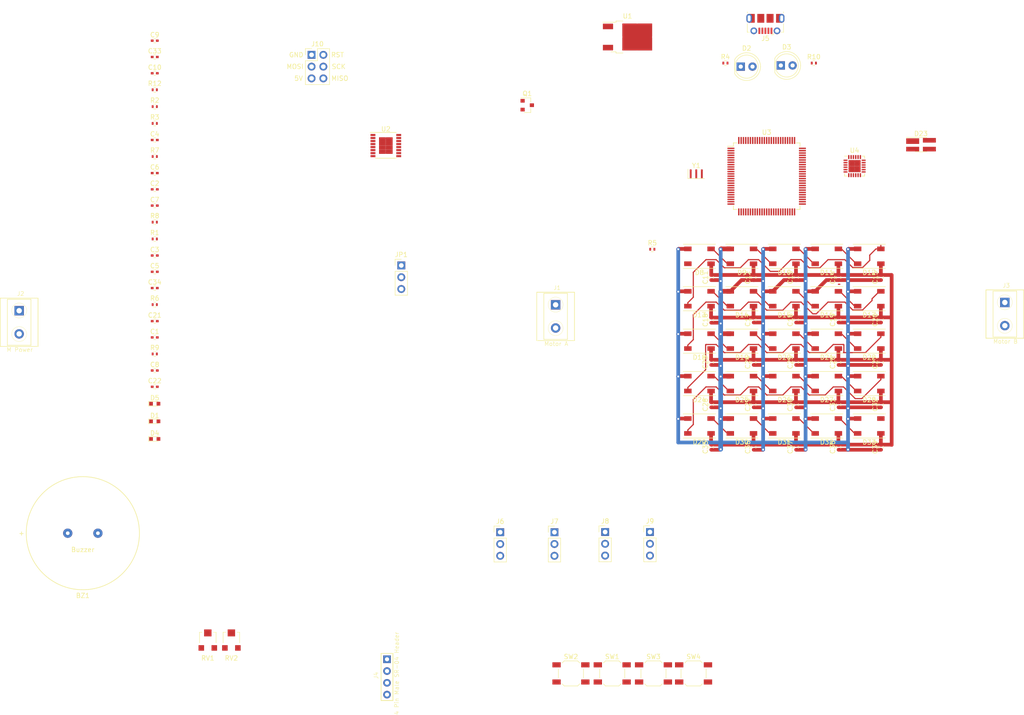
<source format=kicad_pcb>
(kicad_pcb (version 20171130) (host pcbnew "(5.0.0)")
  (layers (0 F.Cu signal) (31 B.Cu signal) (34 B.Paste user) (35 F.Paste user) (36 B.SilkS user) (37 F.SilkS user) (38 B.Mask user) (39 F.Mask user) (44 Edge.Cuts user))
  (net 0 "")
  (net 1 /DTRmega)
  (net 2 "Net-(C2-Pad1)")
  (net 3 5V)
  (net 4 /VCP)
  (net 5 "Net-(C4-Pad2)")
  (net 6 "Net-(C7-Pad2)")
  (net 7 GND)
  (net 8 "Net-(C21-Pad2)")
  (net 9 "Net-(C21-Pad1)")
  (net 10 /Servo1)
  (net 11 /Servo2)
  (net 12 /Servo3)
  (net 13 /Servo4)
  (net 14 /Trig)
  (net 15 /Echo)
  (net 16 "Net-(JP1-Pad1)")
  (net 17 "Net-(BZ1-Pad1)")
  (net 18 /Buzz)
  (net 19 /D13)
  (net 20 "Net-(R7-Pad1)")
  (net 21 "Net-(R8-Pad1)")
  (net 22 "Net-(R9-Pad1)")
  (net 23 "Net-(R12-Pad2)")
  (net 24 "Net-(R12-Pad1)")
  (net 25 /Pot1)
  (net 26 /Pot2)
  (net 27 /Button1)
  (net 28 /Button2)
  (net 29 /Button3)
  (net 30 /Button4)
  (net 31 "Net-(U3-Pad1)")
  (net 32 /RXmega)
  (net 33 /TXmega)
  (net 34 "Net-(U3-Pad4)")
  (net 35 "Net-(U3-Pad6)")
  (net 36 "Net-(U3-Pad7)")
  (net 37 "Net-(U3-Pad8)")
  (net 38 "Net-(U3-Pad9)")
  (net 39 "Net-(U3-Pad12)")
  (net 40 "Net-(U3-Pad13)")
  (net 41 "Net-(U3-Pad14)")
  (net 42 "Net-(U3-Pad18)")
  (net 43 "Net-(U3-Pad19)")
  (net 44 "Net-(U3-Pad23)")
  (net 45 "Net-(U3-Pad24)")
  (net 46 "Net-(U3-Pad25)")
  (net 47 "Net-(U3-Pad27)")
  (net 48 "Net-(U3-Pad28)")
  (net 49 "Net-(U3-Pad29)")
  (net 50 "Net-(U3-Pad33)")
  (net 51 "Net-(U3-Pad34)")
  (net 52 "Net-(U3-Pad35)")
  (net 53 "Net-(U3-Pad36)")
  (net 54 "Net-(U3-Pad37)")
  (net 55 "Net-(U3-Pad38)")
  (net 56 "Net-(U3-Pad39)")
  (net 57 "Net-(U3-Pad40)")
  (net 58 "Net-(U3-Pad41)")
  (net 59 "Net-(U3-Pad42)")
  (net 60 "Net-(U3-Pad43)")
  (net 61 "Net-(U3-Pad44)")
  (net 62 "Net-(U3-Pad45)")
  (net 63 "Net-(U3-Pad46)")
  (net 64 "Net-(U3-Pad47)")
  (net 65 "Net-(U3-Pad48)")
  (net 66 "Net-(U3-Pad49)")
  (net 67 "Net-(U3-Pad50)")
  (net 68 "Net-(U3-Pad51)")
  (net 69 "Net-(U3-Pad52)")
  (net 70 "Net-(U3-Pad53)")
  (net 71 "Net-(U3-Pad54)")
  (net 72 "Net-(U3-Pad55)")
  (net 73 "Net-(U3-Pad56)")
  (net 74 "Net-(U3-Pad63)")
  (net 75 "Net-(U3-Pad64)")
  (net 76 "Net-(U3-Pad65)")
  (net 77 "Net-(U3-Pad66)")
  (net 78 "Net-(U3-Pad67)")
  (net 79 "Net-(U3-Pad68)")
  (net 80 "Net-(U3-Pad69)")
  (net 81 "Net-(U3-Pad70)")
  (net 82 "Net-(U3-Pad79)")
  (net 83 "Net-(U3-Pad82)")
  (net 84 "Net-(U3-Pad83)")
  (net 85 "Net-(U3-Pad84)")
  (net 86 "Net-(U3-Pad85)")
  (net 87 "Net-(U3-Pad86)")
  (net 88 "Net-(U3-Pad87)")
  (net 89 "Net-(U3-Pad88)")
  (net 90 "Net-(U3-Pad89)")
  (net 91 "Net-(U3-Pad90)")
  (net 92 "Net-(U3-Pad91)")
  (net 93 "Net-(U3-Pad92)")
  (net 94 "Net-(U3-Pad93)")
  (net 95 "Net-(U3-Pad94)")
  (net 96 "Net-(U3-Pad95)")
  (net 97 "Net-(U3-Pad98)")
  (net 98 "Net-(D8-Pad4)")
  (net 99 "Net-(D8-Pad2)")
  (net 100 "Net-(D10-Pad4)")
  (net 101 "Net-(D10-Pad2)")
  (net 102 "Net-(D11-Pad2)")
  (net 103 "Net-(D12-Pad2)")
  (net 104 "Net-(D13-Pad2)")
  (net 105 "Net-(D14-Pad2)")
  (net 106 "Net-(D15-Pad2)")
  (net 107 "Net-(D16-Pad2)")
  (net 108 "Net-(D17-Pad2)")
  (net 109 "Net-(D18-Pad2)")
  (net 110 "Net-(D19-Pad2)")
  (net 111 "Net-(D20-Pad2)")
  (net 112 "Net-(D21-Pad2)")
  (net 113 "Net-(D22-Pad2)")
  (net 114 "Net-(D24-Pad2)")
  (net 115 "Net-(D25-Pad2)")
  (net 116 "Net-(D26-Pad2)")
  (net 117 "Net-(D27-Pad2)")
  (net 118 "Net-(D28-Pad2)")
  (net 119 "Net-(D29-Pad2)")
  (net 120 "Net-(D30-Pad2)")
  (net 121 "Net-(D31-Pad2)")
  (net 122 "Net-(D32-Pad2)")
  (net 123 "Net-(D33-Pad2)")
  (net 124 "Net-(D2-Pad2)")
  (net 125 "Net-(U4-Pad24)")
  (net 126 "Net-(U4-Pad22)")
  (net 127 "Net-(U4-Pad19)")
  (net 128 "Net-(U4-Pad18)")
  (net 129 "Net-(U4-Pad17)")
  (net 130 "Net-(U4-Pad15)")
  (net 131 "Net-(U4-Pad14)")
  (net 132 "Net-(U4-Pad13)")
  (net 133 "Net-(U4-Pad12)")
  (net 134 "Net-(U4-Pad11)")
  (net 135 "Net-(D23-Pad2)")
  (net 136 "Net-(D23-Pad3)")
  (net 137 "Net-(U4-Pad1)")
  (net 138 /AIN1)
  (net 139 /AIN2)
  (net 140 /BIN2)
  (net 141 /BIN1)
  (net 142 "Net-(U2-Pad1)")
  (net 143 "Net-(J5-Pad4)")
  (net 144 "Net-(D5-Pad2)")
  (net 145 "Net-(D1-Pad2)")
  (net 146 "Net-(D4-Pad2)")
  (net 147 /MotOutA)
  (net 148 /MotInB)
  (net 149 /MotInA)
  (net 150 /MotOutB)
  (net 151 /ExtPower)
  (net 152 "Net-(D3-Pad2)")
  (net 153 /RESET)
  (net 154 /MISO)
  (net 155 /SCK)
  (net 156 /MOSI)
  (net 157 /Reset)
  (net 158 /LEDMatrix)
  (module Resistors_SMD:R_0402 (layer F.Cu) (at 166.37 64.77)
    (fp_text reference R5 (at 0 -1.35) (layer F.SilkS))
    (fp_text value "470 Ohm")
    (pad 2 smd rect (at 0.45 0) (size 0.4 0.6) (layers F.Cu F.Paste F.Mask) (net 98 "Net-(D8-Pad4)"))
    (pad 1 smd rect (at -0.45 0) (size 0.4 0.6) (layers F.Cu F.Paste F.Mask) (net 158 /LEDMatrix))
  )
  (module LEDs:LED_D5.0mm (layer F.Cu) (at 185.42 25.4)
    (fp_text reference D2 (at 1.27 -3.96) (layer F.SilkS))
    (fp_text value LED_Dual_2pin)
    (pad 1 thru_hole rect (at 0 0) (size 1.8 1.8) (drill 0.9) (layers *.Cu *.Mask) (net 147 /MotOutA))
    (pad 2 thru_hole circle (at 2.54 0) (size 1.8 1.8) (drill 0.9) (layers *.Cu *.Mask) (net 124 "Net-(D2-Pad2)"))
  )
  (module LEDs:LED_D5.0mm (layer F.Cu) (at 194.056 25.146)
    (fp_text reference D3 (at 1.27 -3.96) (layer F.SilkS))
    (fp_text value LED_Dual_2pin)
    (pad 1 thru_hole rect (at 0 0) (size 1.8 1.8) (drill 0.9) (layers *.Cu *.Mask) (net 148 /MotInB))
    (pad 2 thru_hole circle (at 2.54 0) (size 1.8 1.8) (drill 0.9) (layers *.Cu *.Mask) (net 152 "Net-(D3-Pad2)"))
  )
  (module ZigerBot:LED_WS2812B-PLCC4 (layer F.Cu) (at 176.53 66.294 180)
    (fp_text reference D8 (at 0 -3.5 180) (layer F.SilkS))
    (fp_text value WS2812B)
    (pad 1 smd rect (at -2.5 -1.6 180) (size 1.6 1) (layers F.Cu F.Paste F.Mask) (net 3 5V))
    (pad 2 smd rect (at -2.5 1.6 180) (size 1.6 1) (layers F.Cu F.Paste F.Mask) (net 99 "Net-(D8-Pad2)"))
    (pad 4 smd rect (at 2.5 -1.6 180) (size 1.6 1) (layers F.Cu F.Paste F.Mask) (net 98 "Net-(D8-Pad4)"))
    (pad 3 smd rect (at 2.5 1.6 180) (size 1.6 1) (layers F.Cu F.Paste F.Mask) (net 7 GND))
  )
  (module ZigerBot:LED_WS2812B-PLCC4 (layer F.Cu) (at 185.674 66.294 180)
    (fp_text reference D9 (at 0 -3.5 180) (layer F.SilkS))
    (fp_text value WS2812B)
    (pad 1 smd rect (at -2.5 -1.6 180) (size 1.6 1) (layers F.Cu F.Paste F.Mask) (net 3 5V))
    (pad 2 smd rect (at -2.5 1.6 180) (size 1.6 1) (layers F.Cu F.Paste F.Mask) (net 100 "Net-(D10-Pad4)"))
    (pad 4 smd rect (at 2.5 -1.6 180) (size 1.6 1) (layers F.Cu F.Paste F.Mask) (net 99 "Net-(D8-Pad2)"))
    (pad 3 smd rect (at 2.5 1.6 180) (size 1.6 1) (layers F.Cu F.Paste F.Mask) (net 7 GND))
  )
  (module ZigerBot:LED_WS2812B-PLCC4 (layer F.Cu) (at 203.962 84.582 180)
    (fp_text reference D21 (at 0 -3.5 180) (layer F.SilkS))
    (fp_text value WS2812B)
    (pad 1 smd rect (at -2.5 -1.6 180) (size 1.6 1) (layers F.Cu F.Paste F.Mask) (net 3 5V))
    (pad 2 smd rect (at -2.5 1.6 180) (size 1.6 1) (layers F.Cu F.Paste F.Mask) (net 112 "Net-(D21-Pad2)"))
    (pad 4 smd rect (at 2.5 -1.6 180) (size 1.6 1) (layers F.Cu F.Paste F.Mask) (net 111 "Net-(D20-Pad2)"))
    (pad 3 smd rect (at 2.5 1.6 180) (size 1.6 1) (layers F.Cu F.Paste F.Mask) (net 7 GND))
  )
  (module ZigerBot:LED_WS2812B-PLCC4 (layer F.Cu) (at 213.106 102.87 180)
    (fp_text reference D33 (at 0 -3.5 180) (layer F.SilkS))
    (fp_text value WS2812B)
    (pad 1 smd rect (at -2.5 -1.6 180) (size 1.6 1) (layers F.Cu F.Paste F.Mask) (net 3 5V))
    (pad 2 smd rect (at -2.5 1.6 180) (size 1.6 1) (layers F.Cu F.Paste F.Mask) (net 123 "Net-(D33-Pad2)"))
    (pad 4 smd rect (at 2.5 -1.6 180) (size 1.6 1) (layers F.Cu F.Paste F.Mask) (net 122 "Net-(D32-Pad2)"))
    (pad 3 smd rect (at 2.5 1.6 180) (size 1.6 1) (layers F.Cu F.Paste F.Mask) (net 7 GND))
  )
  (module ZigerBot:LED_WS2812B-PLCC4 (layer F.Cu) (at 203.962 102.87 180)
    (fp_text reference D32 (at 0 -3.5 180) (layer F.SilkS))
    (fp_text value WS2812B)
    (pad 1 smd rect (at -2.5 -1.6 180) (size 1.6 1) (layers F.Cu F.Paste F.Mask) (net 3 5V))
    (pad 2 smd rect (at -2.5 1.6 180) (size 1.6 1) (layers F.Cu F.Paste F.Mask) (net 122 "Net-(D32-Pad2)"))
    (pad 4 smd rect (at 2.5 -1.6 180) (size 1.6 1) (layers F.Cu F.Paste F.Mask) (net 121 "Net-(D31-Pad2)"))
    (pad 3 smd rect (at 2.5 1.6 180) (size 1.6 1) (layers F.Cu F.Paste F.Mask) (net 7 GND))
  )
  (module ZigerBot:LED_WS2812B-PLCC4 (layer F.Cu) (at 194.818 102.87 180)
    (fp_text reference D31 (at 0 -3.5 180) (layer F.SilkS))
    (fp_text value WS2812B)
    (pad 1 smd rect (at -2.5 -1.6 180) (size 1.6 1) (layers F.Cu F.Paste F.Mask) (net 3 5V))
    (pad 2 smd rect (at -2.5 1.6 180) (size 1.6 1) (layers F.Cu F.Paste F.Mask) (net 121 "Net-(D31-Pad2)"))
    (pad 4 smd rect (at 2.5 -1.6 180) (size 1.6 1) (layers F.Cu F.Paste F.Mask) (net 120 "Net-(D30-Pad2)"))
    (pad 3 smd rect (at 2.5 1.6 180) (size 1.6 1) (layers F.Cu F.Paste F.Mask) (net 7 GND))
  )
  (module ZigerBot:LED_WS2812B-PLCC4 (layer F.Cu) (at 185.674 102.87 180)
    (fp_text reference D30 (at 0 -3.5 180) (layer F.SilkS))
    (fp_text value WS2812B)
    (pad 1 smd rect (at -2.5 -1.6 180) (size 1.6 1) (layers F.Cu F.Paste F.Mask) (net 3 5V))
    (pad 2 smd rect (at -2.5 1.6 180) (size 1.6 1) (layers F.Cu F.Paste F.Mask) (net 120 "Net-(D30-Pad2)"))
    (pad 4 smd rect (at 2.5 -1.6 180) (size 1.6 1) (layers F.Cu F.Paste F.Mask) (net 119 "Net-(D29-Pad2)"))
    (pad 3 smd rect (at 2.5 1.6 180) (size 1.6 1) (layers F.Cu F.Paste F.Mask) (net 7 GND))
  )
  (module ZigerBot:LED_WS2812B-PLCC4 (layer F.Cu) (at 176.53 102.87 180)
    (fp_text reference D29 (at 0 -3.5 180) (layer F.SilkS))
    (fp_text value WS2812B)
    (pad 1 smd rect (at -2.5 -1.6 180) (size 1.6 1) (layers F.Cu F.Paste F.Mask) (net 3 5V))
    (pad 2 smd rect (at -2.5 1.6 180) (size 1.6 1) (layers F.Cu F.Paste F.Mask) (net 119 "Net-(D29-Pad2)"))
    (pad 4 smd rect (at 2.5 -1.6 180) (size 1.6 1) (layers F.Cu F.Paste F.Mask) (net 118 "Net-(D28-Pad2)"))
    (pad 3 smd rect (at 2.5 1.6 180) (size 1.6 1) (layers F.Cu F.Paste F.Mask) (net 7 GND))
  )
  (module ZigerBot:LED_WS2812B-PLCC4 (layer F.Cu) (at 213.106 93.726 180)
    (fp_text reference D28 (at 0 -3.5 180) (layer F.SilkS))
    (fp_text value WS2812B)
    (pad 1 smd rect (at -2.5 -1.6 180) (size 1.6 1) (layers F.Cu F.Paste F.Mask) (net 3 5V))
    (pad 2 smd rect (at -2.5 1.6 180) (size 1.6 1) (layers F.Cu F.Paste F.Mask) (net 118 "Net-(D28-Pad2)"))
    (pad 4 smd rect (at 2.5 -1.6 180) (size 1.6 1) (layers F.Cu F.Paste F.Mask) (net 117 "Net-(D27-Pad2)"))
    (pad 3 smd rect (at 2.5 1.6 180) (size 1.6 1) (layers F.Cu F.Paste F.Mask) (net 7 GND))
  )
  (module ZigerBot:LED_WS2812B-PLCC4 (layer F.Cu) (at 203.962 93.726 180)
    (fp_text reference D27 (at 0 -3.5 180) (layer F.SilkS))
    (fp_text value WS2812B)
    (pad 1 smd rect (at -2.5 -1.6 180) (size 1.6 1) (layers F.Cu F.Paste F.Mask) (net 3 5V))
    (pad 2 smd rect (at -2.5 1.6 180) (size 1.6 1) (layers F.Cu F.Paste F.Mask) (net 117 "Net-(D27-Pad2)"))
    (pad 4 smd rect (at 2.5 -1.6 180) (size 1.6 1) (layers F.Cu F.Paste F.Mask) (net 116 "Net-(D26-Pad2)"))
    (pad 3 smd rect (at 2.5 1.6 180) (size 1.6 1) (layers F.Cu F.Paste F.Mask) (net 7 GND))
  )
  (module ZigerBot:LED_WS2812B-PLCC4 (layer F.Cu) (at 194.818 93.726 180)
    (fp_text reference D26 (at 0 -3.5 180) (layer F.SilkS))
    (fp_text value WS2812B)
    (pad 1 smd rect (at -2.5 -1.6 180) (size 1.6 1) (layers F.Cu F.Paste F.Mask) (net 3 5V))
    (pad 2 smd rect (at -2.5 1.6 180) (size 1.6 1) (layers F.Cu F.Paste F.Mask) (net 116 "Net-(D26-Pad2)"))
    (pad 4 smd rect (at 2.5 -1.6 180) (size 1.6 1) (layers F.Cu F.Paste F.Mask) (net 115 "Net-(D25-Pad2)"))
    (pad 3 smd rect (at 2.5 1.6 180) (size 1.6 1) (layers F.Cu F.Paste F.Mask) (net 7 GND))
  )
  (module ZigerBot:LED_WS2812B-PLCC4 (layer F.Cu) (at 185.674 93.726 180)
    (fp_text reference D25 (at 0 -3.5 180) (layer F.SilkS))
    (fp_text value WS2812B)
    (pad 1 smd rect (at -2.5 -1.6 180) (size 1.6 1) (layers F.Cu F.Paste F.Mask) (net 3 5V))
    (pad 2 smd rect (at -2.5 1.6 180) (size 1.6 1) (layers F.Cu F.Paste F.Mask) (net 115 "Net-(D25-Pad2)"))
    (pad 4 smd rect (at 2.5 -1.6 180) (size 1.6 1) (layers F.Cu F.Paste F.Mask) (net 114 "Net-(D24-Pad2)"))
    (pad 3 smd rect (at 2.5 1.6 180) (size 1.6 1) (layers F.Cu F.Paste F.Mask) (net 7 GND))
  )
  (module ZigerBot:LED_WS2812B-PLCC4 (layer F.Cu) (at 176.53 93.726 180)
    (fp_text reference D24 (at 0 -3.5 180) (layer F.SilkS))
    (fp_text value WS2812B)
    (pad 1 smd rect (at -2.5 -1.6 180) (size 1.6 1) (layers F.Cu F.Paste F.Mask) (net 3 5V))
    (pad 2 smd rect (at -2.5 1.6 180) (size 1.6 1) (layers F.Cu F.Paste F.Mask) (net 114 "Net-(D24-Pad2)"))
    (pad 4 smd rect (at 2.5 -1.6 180) (size 1.6 1) (layers F.Cu F.Paste F.Mask) (net 113 "Net-(D22-Pad2)"))
    (pad 3 smd rect (at 2.5 1.6 180) (size 1.6 1) (layers F.Cu F.Paste F.Mask) (net 7 GND))
  )
  (module ZigerBot:LED_WS2812B-PLCC4 (layer F.Cu) (at 213.106 84.582 180)
    (fp_text reference D22 (at 0 -3.5 180) (layer F.SilkS))
    (fp_text value WS2812B)
    (pad 1 smd rect (at -2.5 -1.6 180) (size 1.6 1) (layers F.Cu F.Paste F.Mask) (net 3 5V))
    (pad 2 smd rect (at -2.5 1.6 180) (size 1.6 1) (layers F.Cu F.Paste F.Mask) (net 113 "Net-(D22-Pad2)"))
    (pad 4 smd rect (at 2.5 -1.6 180) (size 1.6 1) (layers F.Cu F.Paste F.Mask) (net 112 "Net-(D21-Pad2)"))
    (pad 3 smd rect (at 2.5 1.6 180) (size 1.6 1) (layers F.Cu F.Paste F.Mask) (net 7 GND))
  )
  (module ZigerBot:LED_WS2812B-PLCC4 (layer F.Cu) (at 185.674 84.582 180)
    (fp_text reference D19 (at 0 -3.5 180) (layer F.SilkS))
    (fp_text value WS2812B)
    (pad 1 smd rect (at -2.5 -1.6 180) (size 1.6 1) (layers F.Cu F.Paste F.Mask) (net 3 5V))
    (pad 2 smd rect (at -2.5 1.6 180) (size 1.6 1) (layers F.Cu F.Paste F.Mask) (net 110 "Net-(D19-Pad2)"))
    (pad 4 smd rect (at 2.5 -1.6 180) (size 1.6 1) (layers F.Cu F.Paste F.Mask) (net 109 "Net-(D18-Pad2)"))
    (pad 3 smd rect (at 2.5 1.6 180) (size 1.6 1) (layers F.Cu F.Paste F.Mask) (net 7 GND))
  )
  (module ZigerBot:LED_WS2812B-PLCC4 (layer F.Cu) (at 176.53 84.582 180)
    (fp_text reference D18 (at 0 -3.5 180) (layer F.SilkS))
    (fp_text value WS2812B)
    (pad 1 smd rect (at -2.5 -1.6 180) (size 1.6 1) (layers F.Cu F.Paste F.Mask) (net 3 5V))
    (pad 2 smd rect (at -2.5 1.6 180) (size 1.6 1) (layers F.Cu F.Paste F.Mask) (net 109 "Net-(D18-Pad2)"))
    (pad 4 smd rect (at 2.5 -1.6 180) (size 1.6 1) (layers F.Cu F.Paste F.Mask) (net 108 "Net-(D17-Pad2)"))
    (pad 3 smd rect (at 2.5 1.6 180) (size 1.6 1) (layers F.Cu F.Paste F.Mask) (net 7 GND))
  )
  (module ZigerBot:LED_WS2812B-PLCC4 (layer F.Cu) (at 213.106 75.438 180)
    (fp_text reference D17 (at 0 -3.5 180) (layer F.SilkS))
    (fp_text value WS2812B)
    (pad 1 smd rect (at -2.5 -1.6 180) (size 1.6 1) (layers F.Cu F.Paste F.Mask) (net 3 5V))
    (pad 2 smd rect (at -2.5 1.6 180) (size 1.6 1) (layers F.Cu F.Paste F.Mask) (net 108 "Net-(D17-Pad2)"))
    (pad 4 smd rect (at 2.5 -1.6 180) (size 1.6 1) (layers F.Cu F.Paste F.Mask) (net 107 "Net-(D16-Pad2)"))
    (pad 3 smd rect (at 2.5 1.6 180) (size 1.6 1) (layers F.Cu F.Paste F.Mask) (net 7 GND))
  )
  (module ZigerBot:LED_WS2812B-PLCC4 (layer F.Cu) (at 203.962 75.438 180)
    (fp_text reference D16 (at 0 -3.5 180) (layer F.SilkS))
    (fp_text value WS2812B)
    (pad 1 smd rect (at -2.5 -1.6 180) (size 1.6 1) (layers F.Cu F.Paste F.Mask) (net 3 5V))
    (pad 2 smd rect (at -2.5 1.6 180) (size 1.6 1) (layers F.Cu F.Paste F.Mask) (net 107 "Net-(D16-Pad2)"))
    (pad 4 smd rect (at 2.5 -1.6 180) (size 1.6 1) (layers F.Cu F.Paste F.Mask) (net 106 "Net-(D15-Pad2)"))
    (pad 3 smd rect (at 2.5 1.6 180) (size 1.6 1) (layers F.Cu F.Paste F.Mask) (net 7 GND))
  )
  (module ZigerBot:LED_WS2812B-PLCC4 (layer F.Cu) (at 194.818 75.438 180)
    (fp_text reference D15 (at 0 -3.5 180) (layer F.SilkS))
    (fp_text value WS2812B)
    (pad 1 smd rect (at -2.5 -1.6 180) (size 1.6 1) (layers F.Cu F.Paste F.Mask) (net 3 5V))
    (pad 2 smd rect (at -2.5 1.6 180) (size 1.6 1) (layers F.Cu F.Paste F.Mask) (net 106 "Net-(D15-Pad2)"))
    (pad 4 smd rect (at 2.5 -1.6 180) (size 1.6 1) (layers F.Cu F.Paste F.Mask) (net 105 "Net-(D14-Pad2)"))
    (pad 3 smd rect (at 2.5 1.6 180) (size 1.6 1) (layers F.Cu F.Paste F.Mask) (net 7 GND))
  )
  (module ZigerBot:LED_WS2812B-PLCC4 (layer F.Cu) (at 176.53 75.438 180)
    (fp_text reference D13 (at 0 -3.5 180) (layer F.SilkS))
    (fp_text value WS2812B)
    (pad 1 smd rect (at -2.5 -1.6 180) (size 1.6 1) (layers F.Cu F.Paste F.Mask) (net 3 5V))
    (pad 2 smd rect (at -2.5 1.6 180) (size 1.6 1) (layers F.Cu F.Paste F.Mask) (net 104 "Net-(D13-Pad2)"))
    (pad 4 smd rect (at 2.5 -1.6 180) (size 1.6 1) (layers F.Cu F.Paste F.Mask) (net 103 "Net-(D12-Pad2)"))
    (pad 3 smd rect (at 2.5 1.6 180) (size 1.6 1) (layers F.Cu F.Paste F.Mask) (net 7 GND))
  )
  (module ZigerBot:LED_WS2812B-PLCC4 (layer F.Cu) (at 213.106 66.294 180)
    (fp_text reference D12 (at 0 -3.5 180) (layer F.SilkS))
    (fp_text value WS2812B)
    (pad 1 smd rect (at -2.5 -1.6 180) (size 1.6 1) (layers F.Cu F.Paste F.Mask) (net 3 5V))
    (pad 2 smd rect (at -2.5 1.6 180) (size 1.6 1) (layers F.Cu F.Paste F.Mask) (net 103 "Net-(D12-Pad2)"))
    (pad 4 smd rect (at 2.5 -1.6 180) (size 1.6 1) (layers F.Cu F.Paste F.Mask) (net 102 "Net-(D11-Pad2)"))
    (pad 3 smd rect (at 2.5 1.6 180) (size 1.6 1) (layers F.Cu F.Paste F.Mask) (net 7 GND))
  )
  (module ZigerBot:LED_WS2812B-PLCC4 (layer F.Cu) (at 203.962 66.294 180)
    (fp_text reference D11 (at 0 -3.5 180) (layer F.SilkS))
    (fp_text value WS2812B)
    (pad 1 smd rect (at -2.5 -1.6 180) (size 1.6 1) (layers F.Cu F.Paste F.Mask) (net 3 5V))
    (pad 2 smd rect (at -2.5 1.6 180) (size 1.6 1) (layers F.Cu F.Paste F.Mask) (net 102 "Net-(D11-Pad2)"))
    (pad 4 smd rect (at 2.5 -1.6 180) (size 1.6 1) (layers F.Cu F.Paste F.Mask) (net 101 "Net-(D10-Pad2)"))
    (pad 3 smd rect (at 2.5 1.6 180) (size 1.6 1) (layers F.Cu F.Paste F.Mask) (net 7 GND))
  )
  (module ZigerBot:LED_WS2812B-PLCC4 (layer F.Cu) (at 194.818 66.294 180)
    (fp_text reference D10 (at 0 -3.5 180) (layer F.SilkS))
    (fp_text value WS2812B)
    (pad 1 smd rect (at -2.5 -1.6 180) (size 1.6 1) (layers F.Cu F.Paste F.Mask) (net 3 5V))
    (pad 2 smd rect (at -2.5 1.6 180) (size 1.6 1) (layers F.Cu F.Paste F.Mask) (net 101 "Net-(D10-Pad2)"))
    (pad 4 smd rect (at 2.5 -1.6 180) (size 1.6 1) (layers F.Cu F.Paste F.Mask) (net 100 "Net-(D10-Pad4)"))
    (pad 3 smd rect (at 2.5 1.6 180) (size 1.6 1) (layers F.Cu F.Paste F.Mask) (net 7 GND))
  )
  (module ZigerBot:LED_WS2812B-PLCC4 (layer F.Cu) (at 185.674 75.438 180)
    (fp_text reference D14 (at 0 -3.5 180) (layer F.SilkS))
    (fp_text value WS2812B)
    (pad 1 smd rect (at -2.5 -1.6 180) (size 1.6 1) (layers F.Cu F.Paste F.Mask) (net 3 5V))
    (pad 2 smd rect (at -2.5 1.6 180) (size 1.6 1) (layers F.Cu F.Paste F.Mask) (net 105 "Net-(D14-Pad2)"))
    (pad 4 smd rect (at 2.5 -1.6 180) (size 1.6 1) (layers F.Cu F.Paste F.Mask) (net 104 "Net-(D13-Pad2)"))
    (pad 3 smd rect (at 2.5 1.6 180) (size 1.6 1) (layers F.Cu F.Paste F.Mask) (net 7 GND))
  )
  (module ZigerBot:LED_WS2812B-PLCC4 (layer F.Cu) (at 194.818 84.582 180)
    (fp_text reference D20 (at 0 -3.5 180) (layer F.SilkS))
    (fp_text value WS2812B)
    (pad 1 smd rect (at -2.5 -1.6 180) (size 1.6 1) (layers F.Cu F.Paste F.Mask) (net 3 5V))
    (pad 2 smd rect (at -2.5 1.6 180) (size 1.6 1) (layers F.Cu F.Paste F.Mask) (net 111 "Net-(D20-Pad2)"))
    (pad 4 smd rect (at 2.5 -1.6 180) (size 1.6 1) (layers F.Cu F.Paste F.Mask) (net 110 "Net-(D19-Pad2)"))
    (pad 3 smd rect (at 2.5 1.6 180) (size 1.6 1) (layers F.Cu F.Paste F.Mask) (net 7 GND))
  )
  (module Connectors_USB:USB_Micro-B_Molex-105017-0001 (layer F.Cu) (at 190.738 15.336 180)
    (fp_text reference J5 (at 0 -4 180) (layer F.SilkS))
    (fp_text value USB_B_Micro)
    (pad 6 smd rect (at 1 0.35 180) (size 1.5 1.9) (layers F.Cu F.Paste F.Mask) (net 7 GND))
    (pad 6 thru_hole circle (at -2.5 -2.35 180) (size 1.45 1.45) (drill 0.85) (layers *.Cu *.Mask) (net 7 GND))
    (pad 2 smd rect (at -0.65 -2.35 180) (size 0.4 1.35) (layers F.Cu F.Paste F.Mask) (net 135 "Net-(D23-Pad2)"))
    (pad 1 smd rect (at -1.3 -2.35 180) (size 0.4 1.35) (layers F.Cu F.Paste F.Mask) (net 3 5V))
    (pad 5 smd rect (at 1.3 -2.35 180) (size 0.4 1.35) (layers F.Cu F.Paste F.Mask) (net 7 GND))
    (pad 4 smd rect (at 0.65 -2.35 180) (size 0.4 1.35) (layers F.Cu F.Paste F.Mask) (net 143 "Net-(J5-Pad4)"))
    (pad 3 smd rect (at 0 -2.35 180) (size 0.4 1.35) (layers F.Cu F.Paste F.Mask) (net 136 "Net-(D23-Pad3)"))
    (pad 6 thru_hole circle (at 2.5 -2.35 180) (size 1.45 1.45) (drill 0.85) (layers *.Cu *.Mask) (net 7 GND))
    (pad 6 smd rect (at -1 0.35 180) (size 1.5 1.9) (layers F.Cu F.Paste F.Mask) (net 7 GND))
    (pad 6 thru_hole oval (at -3.5 0.35) (size 1.2 1.9) (drill oval 0.6 1.3) (layers *.Cu *.Mask) (net 7 GND))
    (pad 6 thru_hole oval (at 3.5 0.35 180) (size 1.2 1.9) (drill oval 0.6 1.3) (layers *.Cu *.Mask) (net 7 GND))
    (pad 6 smd rect (at 2.9 0.35 180) (size 1.2 1.9) (layers F.Cu F.Mask) (net 7 GND))
    (pad 6 smd rect (at -2.9 0.35 180) (size 1.2 1.9) (layers F.Cu F.Mask) (net 7 GND))
  )
  (module Housings_QFP:TQFP-100_14x14mm_Pitch0.5mm (layer F.Cu) (at 191.008 49.022)
    (fp_text reference U3 (at 0 -9.45) (layer F.SilkS))
    (fp_text value ATmega2560-16AU)
    (pad 1 smd rect (at -7.7 -6) (size 1.5 0.3) (layers F.Cu F.Paste F.Mask) (net 31 "Net-(U3-Pad1)"))
    (pad 2 smd rect (at -7.7 -5.5) (size 1.5 0.3) (layers F.Cu F.Paste F.Mask) (net 32 /RXmega))
    (pad 3 smd rect (at -7.7 -5) (size 1.5 0.3) (layers F.Cu F.Paste F.Mask) (net 33 /TXmega))
    (pad 4 smd rect (at -7.7 -4.5) (size 1.5 0.3) (layers F.Cu F.Paste F.Mask) (net 34 "Net-(U3-Pad4)"))
    (pad 5 smd rect (at -7.7 -4) (size 1.5 0.3) (layers F.Cu F.Paste F.Mask) (net 138 /AIN1))
    (pad 6 smd rect (at -7.7 -3.5) (size 1.5 0.3) (layers F.Cu F.Paste F.Mask) (net 35 "Net-(U3-Pad6)"))
    (pad 7 smd rect (at -7.7 -3) (size 1.5 0.3) (layers F.Cu F.Paste F.Mask) (net 36 "Net-(U3-Pad7)"))
    (pad 8 smd rect (at -7.7 -2.5) (size 1.5 0.3) (layers F.Cu F.Paste F.Mask) (net 37 "Net-(U3-Pad8)"))
    (pad 9 smd rect (at -7.7 -2) (size 1.5 0.3) (layers F.Cu F.Paste F.Mask) (net 38 "Net-(U3-Pad9)"))
    (pad 10 smd rect (at -7.7 -1.5) (size 1.5 0.3) (layers F.Cu F.Paste F.Mask) (net 3 5V))
    (pad 11 smd rect (at -7.7 -1) (size 1.5 0.3) (layers F.Cu F.Paste F.Mask) (net 7 GND))
    (pad 12 smd rect (at -7.7 -0.5) (size 1.5 0.3) (layers F.Cu F.Paste F.Mask) (net 39 "Net-(U3-Pad12)"))
    (pad 13 smd rect (at -7.7 0) (size 1.5 0.3) (layers F.Cu F.Paste F.Mask) (net 40 "Net-(U3-Pad13)"))
    (pad 14 smd rect (at -7.7 0.5) (size 1.5 0.3) (layers F.Cu F.Paste F.Mask) (net 41 "Net-(U3-Pad14)"))
    (pad 15 smd rect (at -7.7 1) (size 1.5 0.3) (layers F.Cu F.Paste F.Mask) (net 139 /AIN2))
    (pad 16 smd rect (at -7.7 1.5) (size 1.5 0.3) (layers F.Cu F.Paste F.Mask) (net 141 /BIN1))
    (pad 17 smd rect (at -7.7 2) (size 1.5 0.3) (layers F.Cu F.Paste F.Mask) (net 140 /BIN2))
    (pad 18 smd rect (at -7.7 2.5) (size 1.5 0.3) (layers F.Cu F.Paste F.Mask) (net 42 "Net-(U3-Pad18)"))
    (pad 19 smd rect (at -7.7 3) (size 1.5 0.3) (layers F.Cu F.Paste F.Mask) (net 43 "Net-(U3-Pad19)"))
    (pad 20 smd rect (at -7.7 3.5) (size 1.5 0.3) (layers F.Cu F.Paste F.Mask) (net 155 /SCK))
    (pad 21 smd rect (at -7.7 4) (size 1.5 0.3) (layers F.Cu F.Paste F.Mask) (net 156 /MOSI))
    (pad 22 smd rect (at -7.7 4.5) (size 1.5 0.3) (layers F.Cu F.Paste F.Mask) (net 154 /MISO))
    (pad 23 smd rect (at -7.7 5) (size 1.5 0.3) (layers F.Cu F.Paste F.Mask) (net 44 "Net-(U3-Pad23)"))
    (pad 24 smd rect (at -7.7 5.5) (size 1.5 0.3) (layers F.Cu F.Paste F.Mask) (net 45 "Net-(U3-Pad24)"))
    (pad 25 smd rect (at -7.7 6) (size 1.5 0.3) (layers F.Cu F.Paste F.Mask) (net 46 "Net-(U3-Pad25)"))
    (pad 26 smd rect (at -6 7.7 90) (size 1.5 0.3) (layers F.Cu F.Paste F.Mask) (net 19 /D13))
    (pad 27 smd rect (at -5.5 7.7 90) (size 1.5 0.3) (layers F.Cu F.Paste F.Mask) (net 47 "Net-(U3-Pad27)"))
    (pad 28 smd rect (at -5 7.7 90) (size 1.5 0.3) (layers F.Cu F.Paste F.Mask) (net 48 "Net-(U3-Pad28)"))
    (pad 29 smd rect (at -4.5 7.7 90) (size 1.5 0.3) (layers F.Cu F.Paste F.Mask) (net 49 "Net-(U3-Pad29)"))
    (pad 30 smd rect (at -4 7.7 90) (size 1.5 0.3) (layers F.Cu F.Paste F.Mask) (net 153 /RESET))
    (pad 31 smd rect (at -3.5 7.7 90) (size 1.5 0.3) (layers F.Cu F.Paste F.Mask) (net 3 5V))
    (pad 32 smd rect (at -3 7.7 90) (size 1.5 0.3) (layers F.Cu F.Paste F.Mask) (net 7 GND))
    (pad 33 smd rect (at -2.5 7.7 90) (size 1.5 0.3) (layers F.Cu F.Paste F.Mask) (net 50 "Net-(U3-Pad33)"))
    (pad 34 smd rect (at -2 7.7 90) (size 1.5 0.3) (layers F.Cu F.Paste F.Mask) (net 51 "Net-(U3-Pad34)"))
    (pad 35 smd rect (at -1.5 7.7 90) (size 1.5 0.3) (layers F.Cu F.Paste F.Mask) (net 52 "Net-(U3-Pad35)"))
    (pad 36 smd rect (at -1 7.7 90) (size 1.5 0.3) (layers F.Cu F.Paste F.Mask) (net 53 "Net-(U3-Pad36)"))
    (pad 37 smd rect (at -0.5 7.7 90) (size 1.5 0.3) (layers F.Cu F.Paste F.Mask) (net 54 "Net-(U3-Pad37)"))
    (pad 38 smd rect (at 0 7.7 90) (size 1.5 0.3) (layers F.Cu F.Paste F.Mask) (net 55 "Net-(U3-Pad38)"))
    (pad 39 smd rect (at 0.5 7.7 90) (size 1.5 0.3) (layers F.Cu F.Paste F.Mask) (net 56 "Net-(U3-Pad39)"))
    (pad 40 smd rect (at 1 7.7 90) (size 1.5 0.3) (layers F.Cu F.Paste F.Mask) (net 57 "Net-(U3-Pad40)"))
    (pad 41 smd rect (at 1.5 7.7 90) (size 1.5 0.3) (layers F.Cu F.Paste F.Mask) (net 58 "Net-(U3-Pad41)"))
    (pad 42 smd rect (at 2 7.7 90) (size 1.5 0.3) (layers F.Cu F.Paste F.Mask) (net 59 "Net-(U3-Pad42)"))
    (pad 43 smd rect (at 2.5 7.7 90) (size 1.5 0.3) (layers F.Cu F.Paste F.Mask) (net 60 "Net-(U3-Pad43)"))
    (pad 44 smd rect (at 3 7.7 90) (size 1.5 0.3) (layers F.Cu F.Paste F.Mask) (net 61 "Net-(U3-Pad44)"))
    (pad 45 smd rect (at 3.5 7.7 90) (size 1.5 0.3) (layers F.Cu F.Paste F.Mask) (net 62 "Net-(U3-Pad45)"))
    (pad 46 smd rect (at 4 7.7 90) (size 1.5 0.3) (layers F.Cu F.Paste F.Mask) (net 63 "Net-(U3-Pad46)"))
    (pad 47 smd rect (at 4.5 7.7 90) (size 1.5 0.3) (layers F.Cu F.Paste F.Mask) (net 64 "Net-(U3-Pad47)"))
    (pad 48 smd rect (at 5 7.7 90) (size 1.5 0.3) (layers F.Cu F.Paste F.Mask) (net 65 "Net-(U3-Pad48)"))
    (pad 49 smd rect (at 5.5 7.7 90) (size 1.5 0.3) (layers F.Cu F.Paste F.Mask) (net 66 "Net-(U3-Pad49)"))
    (pad 50 smd rect (at 6 7.7 90) (size 1.5 0.3) (layers F.Cu F.Paste F.Mask) (net 67 "Net-(U3-Pad50)"))
    (pad 51 smd rect (at 7.7 6) (size 1.5 0.3) (layers F.Cu F.Paste F.Mask) (net 68 "Net-(U3-Pad51)"))
    (pad 52 smd rect (at 7.7 5.5) (size 1.5 0.3) (layers F.Cu F.Paste F.Mask) (net 69 "Net-(U3-Pad52)"))
    (pad 53 smd rect (at 7.7 5) (size 1.5 0.3) (layers F.Cu F.Paste F.Mask) (net 70 "Net-(U3-Pad53)"))
    (pad 54 smd rect (at 7.7 4.5) (size 1.5 0.3) (layers F.Cu F.Paste F.Mask) (net 71 "Net-(U3-Pad54)"))
    (pad 55 smd rect (at 7.7 4) (size 1.5 0.3) (layers F.Cu F.Paste F.Mask) (net 72 "Net-(U3-Pad55)"))
    (pad 56 smd rect (at 7.7 3.5) (size 1.5 0.3) (layers F.Cu F.Paste F.Mask) (net 73 "Net-(U3-Pad56)"))
    (pad 57 smd rect (at 7.7 3) (size 1.5 0.3) (layers F.Cu F.Paste F.Mask) (net 13 /Servo4))
    (pad 58 smd rect (at 7.7 2.5) (size 1.5 0.3) (layers F.Cu F.Paste F.Mask) (net 12 /Servo3))
    (pad 59 smd rect (at 7.7 2) (size 1.5 0.3) (layers F.Cu F.Paste F.Mask) (net 11 /Servo2))
    (pad 60 smd rect (at 7.7 1.5) (size 1.5 0.3) (layers F.Cu F.Paste F.Mask) (net 10 /Servo1))
    (pad 61 smd rect (at 7.7 1) (size 1.5 0.3) (layers F.Cu F.Paste F.Mask) (net 3 5V))
    (pad 62 smd rect (at 7.7 0.5) (size 1.5 0.3) (layers F.Cu F.Paste F.Mask) (net 7 GND))
    (pad 63 smd rect (at 7.7 0) (size 1.5 0.3) (layers F.Cu F.Paste F.Mask) (net 74 "Net-(U3-Pad63)"))
    (pad 64 smd rect (at 7.7 -0.5) (size 1.5 0.3) (layers F.Cu F.Paste F.Mask) (net 75 "Net-(U3-Pad64)"))
    (pad 65 smd rect (at 7.7 -1) (size 1.5 0.3) (layers F.Cu F.Paste F.Mask) (net 76 "Net-(U3-Pad65)"))
    (pad 66 smd rect (at 7.7 -1.5) (size 1.5 0.3) (layers F.Cu F.Paste F.Mask) (net 77 "Net-(U3-Pad66)"))
    (pad 67 smd rect (at 7.7 -2) (size 1.5 0.3) (layers F.Cu F.Paste F.Mask) (net 78 "Net-(U3-Pad67)"))
    (pad 68 smd rect (at 7.7 -2.5) (size 1.5 0.3) (layers F.Cu F.Paste F.Mask) (net 79 "Net-(U3-Pad68)"))
    (pad 69 smd rect (at 7.7 -3) (size 1.5 0.3) (layers F.Cu F.Paste F.Mask) (net 80 "Net-(U3-Pad69)"))
    (pad 70 smd rect (at 7.7 -3.5) (size 1.5 0.3) (layers F.Cu F.Paste F.Mask) (net 81 "Net-(U3-Pad70)"))
    (pad 71 smd rect (at 7.7 -4) (size 1.5 0.3) (layers F.Cu F.Paste F.Mask) (net 30 /Button4))
    (pad 72 smd rect (at 7.7 -4.5) (size 1.5 0.3) (layers F.Cu F.Paste F.Mask) (net 29 /Button3))
    (pad 73 smd rect (at 7.7 -5) (size 1.5 0.3) (layers F.Cu F.Paste F.Mask) (net 28 /Button2))
    (pad 74 smd rect (at 7.7 -5.5) (size 1.5 0.3) (layers F.Cu F.Paste F.Mask) (net 27 /Button1))
    (pad 75 smd rect (at 7.7 -6) (size 1.5 0.3) (layers F.Cu F.Paste F.Mask) (net 18 /Buzz))
    (pad 76 smd rect (at 6 -7.7 90) (size 1.5 0.3) (layers F.Cu F.Paste F.Mask) (net 158 /LEDMatrix))
    (pad 77 smd rect (at 5.5 -7.7 90) (size 1.5 0.3) (layers F.Cu F.Paste F.Mask) (net 15 /Echo))
    (pad 78 smd rect (at 5 -7.7 90) (size 1.5 0.3) (layers F.Cu F.Paste F.Mask) (net 14 /Trig))
    (pad 79 smd rect (at 4.5 -7.7 90) (size 1.5 0.3) (layers F.Cu F.Paste F.Mask) (net 82 "Net-(U3-Pad79)"))
    (pad 80 smd rect (at 4 -7.7 90) (size 1.5 0.3) (layers F.Cu F.Paste F.Mask) (net 3 5V))
    (pad 81 smd rect (at 3.5 -7.7 90) (size 1.5 0.3) (layers F.Cu F.Paste F.Mask) (net 7 GND))
    (pad 82 smd rect (at 3 -7.7 90) (size 1.5 0.3) (layers F.Cu F.Paste F.Mask) (net 83 "Net-(U3-Pad82)"))
    (pad 83 smd rect (at 2.5 -7.7 90) (size 1.5 0.3) (layers F.Cu F.Paste F.Mask) (net 84 "Net-(U3-Pad83)"))
    (pad 84 smd rect (at 2 -7.7 90) (size 1.5 0.3) (layers F.Cu F.Paste F.Mask) (net 85 "Net-(U3-Pad84)"))
    (pad 85 smd rect (at 1.5 -7.7 90) (size 1.5 0.3) (layers F.Cu F.Paste F.Mask) (net 86 "Net-(U3-Pad85)"))
    (pad 86 smd rect (at 1 -7.7 90) (size 1.5 0.3) (layers F.Cu F.Paste F.Mask) (net 87 "Net-(U3-Pad86)"))
    (pad 87 smd rect (at 0.5 -7.7 90) (size 1.5 0.3) (layers F.Cu F.Paste F.Mask) (net 88 "Net-(U3-Pad87)"))
    (pad 88 smd rect (at 0 -7.7 90) (size 1.5 0.3) (layers F.Cu F.Paste F.Mask) (net 89 "Net-(U3-Pad88)"))
    (pad 89 smd rect (at -0.5 -7.7 90) (size 1.5 0.3) (layers F.Cu F.Paste F.Mask) (net 90 "Net-(U3-Pad89)"))
    (pad 90 smd rect (at -1 -7.7 90) (size 1.5 0.3) (layers F.Cu F.Paste F.Mask) (net 91 "Net-(U3-Pad90)"))
    (pad 91 smd rect (at -1.5 -7.7 90) (size 1.5 0.3) (layers F.Cu F.Paste F.Mask) (net 92 "Net-(U3-Pad91)"))
    (pad 92 smd rect (at -2 -7.7 90) (size 1.5 0.3) (layers F.Cu F.Paste F.Mask) (net 93 "Net-(U3-Pad92)"))
    (pad 93 smd rect (at -2.5 -7.7 90) (size 1.5 0.3) (layers F.Cu F.Paste F.Mask) (net 94 "Net-(U3-Pad93)"))
    (pad 94 smd rect (at -3 -7.7 90) (size 1.5 0.3) (layers F.Cu F.Paste F.Mask) (net 95 "Net-(U3-Pad94)"))
    (pad 95 smd rect (at -3.5 -7.7 90) (size 1.5 0.3) (layers F.Cu F.Paste F.Mask) (net 96 "Net-(U3-Pad95)"))
    (pad 96 smd rect (at -4 -7.7 90) (size 1.5 0.3) (layers F.Cu F.Paste F.Mask) (net 26 /Pot2))
    (pad 97 smd rect (at -4.5 -7.7 90) (size 1.5 0.3) (layers F.Cu F.Paste F.Mask) (net 25 /Pot1))
    (pad 98 smd rect (at -5 -7.7 90) (size 1.5 0.3) (layers F.Cu F.Paste F.Mask) (net 97 "Net-(U3-Pad98)"))
    (pad 99 smd rect (at -5.5 -7.7 90) (size 1.5 0.3) (layers F.Cu F.Paste F.Mask) (net 7 GND))
    (pad 100 smd rect (at -6 -7.7 90) (size 1.5 0.3) (layers F.Cu F.Paste F.Mask) (net 3 5V))
  )
  (module Housings_SSOP:TSSOP-16-1EP_4.4x5mm_Pitch0.65mm (layer F.Cu) (at 108.966 42.418)
    (fp_text reference U2 (at 0 -3.55) (layer F.SilkS))
    (fp_text value DRV8833PW)
    (pad 1 smd rect (at -2.775 -2.275) (size 1.05 0.45) (layers F.Cu F.Paste F.Mask) (net 142 "Net-(U2-Pad1)"))
    (pad 2 smd rect (at -2.775 -1.625) (size 1.05 0.45) (layers F.Cu F.Paste F.Mask) (net 147 /MotOutA))
    (pad 3 smd rect (at -2.775 -0.975) (size 1.05 0.45) (layers F.Cu F.Paste F.Mask) (net 20 "Net-(R7-Pad1)"))
    (pad 4 smd rect (at -2.775 -0.325) (size 1.05 0.45) (layers F.Cu F.Paste F.Mask) (net 149 /MotInA))
    (pad 5 smd rect (at -2.775 0.325) (size 1.05 0.45) (layers F.Cu F.Paste F.Mask) (net 148 /MotInB))
    (pad 6 smd rect (at -2.775 0.975) (size 1.05 0.45) (layers F.Cu F.Paste F.Mask) (net 21 "Net-(R8-Pad1)"))
    (pad 7 smd rect (at -2.775 1.625) (size 1.05 0.45) (layers F.Cu F.Paste F.Mask) (net 150 /MotOutB))
    (pad 8 smd rect (at -2.775 2.275) (size 1.05 0.45) (layers F.Cu F.Paste F.Mask) (net 22 "Net-(R9-Pad1)"))
    (pad 9 smd rect (at 2.775 2.275) (size 1.05 0.45) (layers F.Cu F.Paste F.Mask) (net 141 /BIN1))
    (pad 10 smd rect (at 2.775 1.625) (size 1.05 0.45) (layers F.Cu F.Paste F.Mask) (net 140 /BIN2))
    (pad 11 smd rect (at 2.775 0.975) (size 1.05 0.45) (layers F.Cu F.Paste F.Mask) (net 4 /VCP))
    (pad 12 smd rect (at 2.775 0.325) (size 1.05 0.45) (layers F.Cu F.Paste F.Mask) (net 5 "Net-(C4-Pad2)"))
    (pad 13 smd rect (at 2.775 -0.325) (size 1.05 0.45) (layers F.Cu F.Paste F.Mask) (net 2 "Net-(C2-Pad1)"))
    (pad 14 smd rect (at 2.775 -0.975) (size 1.05 0.45) (layers F.Cu F.Paste F.Mask) (net 6 "Net-(C7-Pad2)"))
    (pad 15 smd rect (at 2.775 -1.625) (size 1.05 0.45) (layers F.Cu F.Paste F.Mask) (net 139 /AIN2))
    (pad 16 smd rect (at 2.775 -2.275) (size 1.05 0.45) (layers F.Cu F.Paste F.Mask) (net 138 /AIN1))
    (pad 17 smd rect (at 0.735 1.3425) (size 1.47 0.895) (layers F.Cu F.Paste F.Mask))
    (pad 17 smd rect (at 0.735 0.4475) (size 1.47 0.895) (layers F.Cu F.Paste F.Mask))
    (pad 17 smd rect (at 0.735 -0.4475) (size 1.47 0.895) (layers F.Cu F.Paste F.Mask))
    (pad 17 smd rect (at 0.735 -1.3425) (size 1.47 0.895) (layers F.Cu F.Paste F.Mask))
    (pad 17 smd rect (at -0.735 1.3425) (size 1.47 0.895) (layers F.Cu F.Paste F.Mask))
    (pad 17 smd rect (at -0.735 0.4475) (size 1.47 0.895) (layers F.Cu F.Paste F.Mask))
    (pad 17 smd rect (at -0.735 -0.4475) (size 1.47 0.895) (layers F.Cu F.Paste F.Mask))
    (pad 17 smd rect (at -0.735 -1.3425) (size 1.47 0.895) (layers F.Cu F.Paste F.Mask))
  )
  (module TO_SOT_Packages_SMD:SOT-143_Handsoldering (layer F.Cu) (at 224.26 42.23)
    (fp_text reference D23 (at -0.02 -2.38) (layer F.SilkS))
    (fp_text value SP0503BAHT)
    (pad 1 smd rect (at -1.8 -0.77 270) (size 1.2 2.8) (layers F.Cu F.Paste F.Mask) (net 7 GND))
    (pad 2 smd rect (at -1.8 0.95 270) (size 1 2.8) (layers F.Cu F.Paste F.Mask) (net 135 "Net-(D23-Pad2)"))
    (pad 3 smd rect (at 1.8 0.95 270) (size 1 2.8) (layers F.Cu F.Paste F.Mask) (net 136 "Net-(D23-Pad3)"))
    (pad 4 smd trapezoid (at 1.8 -0.95 270) (size 1 2.8) (layers F.Cu F.Paste F.Mask) (net 3 5V))
  )
  (module TO_SOT_Packages_SMD:TO-252-2 (layer F.Cu) (at 161.023001 19.019001)
    (fp_text reference U1 (at 0 -4.5) (layer F.SilkS))
    (fp_text value L7805CDT-TR)
    (pad 1 smd rect (at -4.2 -2.28) (size 2.2 1.2) (layers F.Cu F.Paste F.Mask) (net 151 /ExtPower))
    (pad 3 smd rect (at -4.2 2.28) (size 2.2 1.2) (layers F.Cu F.Paste F.Mask) (net 3 5V))
    (pad 2 smd rect (at 2.1 0) (size 6.4 5.8) (layers F.Cu F.Mask) (net 2 "Net-(C2-Pad1)"))
    (pad 2 smd rect (at 3.775 1.525) (size 3.05 2.75) (layers F.Cu F.Paste) (net 2 "Net-(C2-Pad1)"))
    (pad 2 smd rect (at 0.425 -1.525) (size 3.05 2.75) (layers F.Cu F.Paste) (net 2 "Net-(C2-Pad1)"))
    (pad 2 smd rect (at 3.775 -1.525) (size 3.05 2.75) (layers F.Cu F.Paste) (net 2 "Net-(C2-Pad1)"))
    (pad 2 smd rect (at 0.425 1.525) (size 3.05 2.75) (layers F.Cu F.Paste) (net 2 "Net-(C2-Pad1)"))
  )
  (module ZigerBot:LED_0603 (layer F.Cu) (at 59.182 101.867034)
    (fp_text reference D1 (at 0 -1.25) (layer F.SilkS))
    (fp_text value "SMD LED red")
    (pad 2 smd rect (at 0.8 0 180) (size 0.8 0.8) (layers F.Cu F.Paste F.Mask) (net 145 "Net-(D1-Pad2)"))
    (pad 1 smd rect (at -0.8 0 180) (size 0.8 0.8) (layers F.Cu F.Paste F.Mask) (net 7 GND))
  )
  (module ZigerBot:LED_0603 (layer F.Cu) (at 59.182 98.070076)
    (fp_text reference D5 (at 0 -1.25) (layer F.SilkS))
    (fp_text value "SMD LED green FAULT")
    (pad 2 smd rect (at 0.8 0 180) (size 0.8 0.8) (layers F.Cu F.Paste F.Mask) (net 144 "Net-(D5-Pad2)"))
    (pad 1 smd rect (at -0.8 0 180) (size 0.8 0.8) (layers F.Cu F.Paste F.Mask) (net 7 GND))
  )
  (module ZigerBot:LED_0603 (layer F.Cu) (at 59.182 105.664)
    (fp_text reference D4 (at 0 -1.25) (layer F.SilkS))
    (fp_text value "SMD LED yellow")
    (pad 2 smd rect (at 0.8 0 180) (size 0.8 0.8) (layers F.Cu F.Paste F.Mask) (net 146 "Net-(D4-Pad2)"))
    (pad 1 smd rect (at -0.8 0 180) (size 0.8 0.8) (layers F.Cu F.Paste F.Mask) (net 7 GND))
  )
  (module Housings_DFN_QFN:QFN-24-1EP_4x4mm_Pitch0.5mm (layer F.Cu) (at 209.946 46.848)
    (fp_text reference U4 (at 0 -3.375) (layer F.SilkS))
    (fp_text value CP2102N-A01-GQFN24)
    (pad 1 smd rect (at -1.95 -1.25) (size 0.85 0.3) (layers F.Cu F.Paste F.Mask) (net 137 "Net-(U4-Pad1)"))
    (pad 2 smd rect (at -1.95 -0.75) (size 0.85 0.3) (layers F.Cu F.Paste F.Mask) (net 9 "Net-(C21-Pad1)"))
    (pad 3 smd rect (at -1.95 -0.25) (size 0.85 0.3) (layers F.Cu F.Paste F.Mask) (net 136 "Net-(D23-Pad3)"))
    (pad 4 smd rect (at -1.95 0.25) (size 0.85 0.3) (layers F.Cu F.Paste F.Mask) (net 135 "Net-(D23-Pad2)"))
    (pad 5 smd rect (at -1.95 0.75) (size 0.85 0.3) (layers F.Cu F.Paste F.Mask) (net 24 "Net-(R12-Pad1)"))
    (pad 6 smd rect (at -1.95 1.25) (size 0.85 0.3) (layers F.Cu F.Paste F.Mask) (net 8 "Net-(C21-Pad2)"))
    (pad 7 smd rect (at -1.25 1.95 90) (size 0.85 0.3) (layers F.Cu F.Paste F.Mask) (net 3 5V))
    (pad 8 smd rect (at -0.75 1.95 90) (size 0.85 0.3) (layers F.Cu F.Paste F.Mask) (net 3 5V))
    (pad 9 smd rect (at -0.25 1.95 90) (size 0.85 0.3) (layers F.Cu F.Paste F.Mask) (net 23 "Net-(R12-Pad2)"))
    (pad 10 smd rect (at 0.25 1.95 90) (size 0.85 0.3) (layers F.Cu F.Paste F.Mask) (net 9 "Net-(C21-Pad1)"))
    (pad 11 smd rect (at 0.75 1.95 90) (size 0.85 0.3) (layers F.Cu F.Paste F.Mask) (net 134 "Net-(U4-Pad11)"))
    (pad 12 smd rect (at 1.25 1.95 90) (size 0.85 0.3) (layers F.Cu F.Paste F.Mask) (net 133 "Net-(U4-Pad12)"))
    (pad 13 smd rect (at 1.95 1.25) (size 0.85 0.3) (layers F.Cu F.Paste F.Mask) (net 132 "Net-(U4-Pad13)"))
    (pad 14 smd rect (at 1.95 0.75) (size 0.85 0.3) (layers F.Cu F.Paste F.Mask) (net 131 "Net-(U4-Pad14)"))
    (pad 15 smd rect (at 1.95 0.25) (size 0.85 0.3) (layers F.Cu F.Paste F.Mask) (net 130 "Net-(U4-Pad15)"))
    (pad 16 smd rect (at 1.95 -0.25) (size 0.85 0.3) (layers F.Cu F.Paste F.Mask) (net 9 "Net-(C21-Pad1)"))
    (pad 17 smd rect (at 1.95 -0.75) (size 0.85 0.3) (layers F.Cu F.Paste F.Mask) (net 129 "Net-(U4-Pad17)"))
    (pad 18 smd rect (at 1.95 -1.25) (size 0.85 0.3) (layers F.Cu F.Paste F.Mask) (net 128 "Net-(U4-Pad18)"))
    (pad 19 smd rect (at 1.25 -1.95 90) (size 0.85 0.3) (layers F.Cu F.Paste F.Mask) (net 127 "Net-(U4-Pad19)"))
    (pad 20 smd rect (at 0.75 -1.95 90) (size 0.85 0.3) (layers F.Cu F.Paste F.Mask) (net 33 /TXmega))
    (pad 21 smd rect (at 0.25 -1.95 90) (size 0.85 0.3) (layers F.Cu F.Paste F.Mask) (net 32 /RXmega))
    (pad 22 smd rect (at -0.25 -1.95 90) (size 0.85 0.3) (layers F.Cu F.Paste F.Mask) (net 126 "Net-(U4-Pad22)"))
    (pad 23 smd rect (at -0.75 -1.95 90) (size 0.85 0.3) (layers F.Cu F.Paste F.Mask) (net 1 /DTRmega))
    (pad 24 smd rect (at -1.25 -1.95 90) (size 0.85 0.3) (layers F.Cu F.Paste F.Mask) (net 125 "Net-(U4-Pad24)"))
    (pad 25 smd rect (at 0.65 0.65) (size 1.3 1.3) (layers F.Cu F.Paste F.Mask) (net 9 "Net-(C21-Pad1)"))
    (pad 25 smd rect (at 0.65 -0.65) (size 1.3 1.3) (layers F.Cu F.Paste F.Mask) (net 9 "Net-(C21-Pad1)"))
    (pad 25 smd rect (at -0.65 0.65) (size 1.3 1.3) (layers F.Cu F.Paste F.Mask) (net 9 "Net-(C21-Pad1)"))
    (pad 25 smd rect (at -0.65 -0.65) (size 1.3 1.3) (layers F.Cu F.Paste F.Mask) (net 9 "Net-(C21-Pad1)"))
  )
  (module Pin_Headers:Pin_Header_Straight_1x03_Pitch2.54mm (layer F.Cu) (at 112.295501 68.261501)
    (fp_text reference JP1 (at 0 -2.33) (layer F.SilkS))
    (fp_text value Jumper)
    (pad 1 thru_hole rect (at 0 0) (size 1.7 1.7) (drill 1) (layers *.Cu *.Mask) (net 16 "Net-(JP1-Pad1)"))
    (pad 2 thru_hole oval (at 0 2.54) (size 1.7 1.7) (drill 1) (layers *.Cu *.Mask) (net 5 "Net-(C4-Pad2)"))
    (pad 3 thru_hole oval (at 0 5.08) (size 1.7 1.7) (drill 1) (layers *.Cu *.Mask) (net 3 5V))
  )
  (module Resistors_SMD:R_0402 (layer F.Cu) (at 59.182 30.392874)
    (fp_text reference R12 (at 0 -1.35) (layer F.SilkS))
    (fp_text value 1k)
    (pad 1 smd rect (at -0.45 0) (size 0.4 0.6) (layers F.Cu F.Paste F.Mask) (net 24 "Net-(R12-Pad1)"))
    (pad 2 smd rect (at 0.45 0) (size 0.4 0.6) (layers F.Cu F.Paste F.Mask) (net 23 "Net-(R12-Pad2)"))
  )
  (module Resistors_SMD:R_0402 (layer F.Cu) (at 201.168 24.638)
    (fp_text reference R10 (at 0 -1.35) (layer F.SilkS))
    (fp_text value 1k)
    (pad 1 smd rect (at -0.45 0) (size 0.4 0.6) (layers F.Cu F.Paste F.Mask) (net 150 /MotOutB))
    (pad 2 smd rect (at 0.45 0) (size 0.4 0.6) (layers F.Cu F.Paste F.Mask) (net 152 "Net-(D3-Pad2)"))
  )
  (module Resistors_SMD:R_0402 (layer F.Cu) (at 59.182 58.928538)
    (fp_text reference R8 (at 0 -1.35) (layer F.SilkS))
    (fp_text value "0.2 Ohm")
    (pad 1 smd rect (at -0.45 0) (size 0.4 0.6) (layers F.Cu F.Paste F.Mask) (net 21 "Net-(R8-Pad1)"))
    (pad 2 smd rect (at 0.45 0) (size 0.4 0.6) (layers F.Cu F.Paste F.Mask) (net 2 "Net-(C2-Pad1)"))
  )
  (module Resistors_SMD:R_0402 (layer F.Cu) (at 59.182 76.703328)
    (fp_text reference R6 (at 0 -1.35) (layer F.SilkS))
    (fp_text value 10k)
    (pad 1 smd rect (at -0.45 0) (size 0.4 0.6) (layers F.Cu F.Paste F.Mask) (net 19 /D13))
    (pad 2 smd rect (at 0.45 0) (size 0.4 0.6) (layers F.Cu F.Paste F.Mask) (net 146 "Net-(D4-Pad2)"))
  )
  (module Resistors_SMD:R_0402 (layer F.Cu) (at 182.118 24.638)
    (fp_text reference R4 (at 0 -1.35) (layer F.SilkS))
    (fp_text value 1k)
    (pad 1 smd rect (at -0.45 0) (size 0.4 0.6) (layers F.Cu F.Paste F.Mask) (net 149 /MotInA))
    (pad 2 smd rect (at 0.45 0) (size 0.4 0.6) (layers F.Cu F.Paste F.Mask) (net 124 "Net-(D2-Pad2)"))
  )
  (module Resistors_SMD:R_0402 (layer F.Cu) (at 59.182 37.64679)
    (fp_text reference R3 (at 0 -1.35) (layer F.SilkS))
    (fp_text value 10k)
    (pad 1 smd rect (at -0.45 0) (size 0.4 0.6) (layers F.Cu F.Paste F.Mask) (net 3 5V))
    (pad 2 smd rect (at 0.45 0) (size 0.4 0.6) (layers F.Cu F.Paste F.Mask) (net 153 /RESET))
  )
  (module Resistors_SMD:R_0402 (layer F.Cu) (at 59.182 34.019832)
    (fp_text reference R2 (at 0 -1.35) (layer F.SilkS))
    (fp_text value 10k)
    (pad 1 smd rect (at -0.45 0) (size 0.4 0.6) (layers F.Cu F.Paste F.Mask) (net 3 5V))
    (pad 2 smd rect (at 0.45 0) (size 0.4 0.6) (layers F.Cu F.Paste F.Mask) (net 145 "Net-(D1-Pad2)"))
  )
  (module Resistors_SMD:R_0402 (layer F.Cu) (at 59.182 62.555496)
    (fp_text reference R1 (at 0 -1.35) (layer F.SilkS))
    (fp_text value "100 Ohm")
    (pad 1 smd rect (at -0.45 0) (size 0.4 0.6) (layers F.Cu F.Paste F.Mask) (net 18 /Buzz))
    (pad 2 smd rect (at 0.45 0) (size 0.4 0.6) (layers F.Cu F.Paste F.Mask) (net 17 "Net-(BZ1-Pad1)"))
  )
  (module Resistors_SMD:R_0402 (layer F.Cu) (at 59.182 87.344202)
    (fp_text reference R9 (at 0 -1.35) (layer F.SilkS))
    (fp_text value 10k)
    (pad 1 smd rect (at -0.45 0) (size 0.4 0.6) (layers F.Cu F.Paste F.Mask) (net 22 "Net-(R9-Pad1)"))
    (pad 2 smd rect (at 0.45 0) (size 0.4 0.6) (layers F.Cu F.Paste F.Mask) (net 144 "Net-(D5-Pad2)"))
  )
  (module Resistors_SMD:R_0402 (layer F.Cu) (at 59.182 44.780706)
    (fp_text reference R7 (at 0 -1.35) (layer F.SilkS))
    (fp_text value "0.2 Ohm")
    (pad 1 smd rect (at -0.45 0) (size 0.4 0.6) (layers F.Cu F.Paste F.Mask) (net 20 "Net-(R7-Pad1)"))
    (pad 2 smd rect (at 0.45 0) (size 0.4 0.6) (layers F.Cu F.Paste F.Mask) (net 2 "Net-(C2-Pad1)"))
  )
  (module Buttons_Switches_SMD:SW_SPST_SKQG (layer F.Cu) (at 175.26 156.21)
    (fp_text reference SW4 (at 0 -3.6) (layer F.SilkS))
    (fp_text value "SMD Button")
    (pad 1 smd rect (at -3.1 -1.85) (size 1.8 1.1) (layers F.Cu F.Paste F.Mask) (net 30 /Button4))
    (pad 1 smd rect (at 3.1 -1.85) (size 1.8 1.1) (layers F.Cu F.Paste F.Mask) (net 30 /Button4))
    (pad 2 smd rect (at -3.1 1.85) (size 1.8 1.1) (layers F.Cu F.Paste F.Mask) (net 7 GND))
    (pad 2 smd rect (at 3.1 1.85) (size 1.8 1.1) (layers F.Cu F.Paste F.Mask) (net 7 GND))
  )
  (module Buttons_Switches_SMD:SW_SPST_SKQG (layer F.Cu) (at 166.624 156.21)
    (fp_text reference SW3 (at 0 -3.6) (layer F.SilkS))
    (fp_text value "SMD Button")
    (pad 1 smd rect (at -3.1 -1.85) (size 1.8 1.1) (layers F.Cu F.Paste F.Mask) (net 29 /Button3))
    (pad 1 smd rect (at 3.1 -1.85) (size 1.8 1.1) (layers F.Cu F.Paste F.Mask) (net 29 /Button3))
    (pad 2 smd rect (at -3.1 1.85) (size 1.8 1.1) (layers F.Cu F.Paste F.Mask) (net 7 GND))
    (pad 2 smd rect (at 3.1 1.85) (size 1.8 1.1) (layers F.Cu F.Paste F.Mask) (net 7 GND))
  )
  (module Buttons_Switches_SMD:SW_SPST_SKQG (layer F.Cu) (at 148.844 156.21)
    (fp_text reference SW2 (at 0 -3.6) (layer F.SilkS))
    (fp_text value "SMD Button")
    (pad 1 smd rect (at -3.1 -1.85) (size 1.8 1.1) (layers F.Cu F.Paste F.Mask) (net 28 /Button2))
    (pad 1 smd rect (at 3.1 -1.85) (size 1.8 1.1) (layers F.Cu F.Paste F.Mask) (net 28 /Button2))
    (pad 2 smd rect (at -3.1 1.85) (size 1.8 1.1) (layers F.Cu F.Paste F.Mask) (net 7 GND))
    (pad 2 smd rect (at 3.1 1.85) (size 1.8 1.1) (layers F.Cu F.Paste F.Mask) (net 7 GND))
  )
  (module Buttons_Switches_SMD:SW_SPST_SKQG (layer F.Cu) (at 157.734 156.21)
    (fp_text reference SW1 (at 0 -3.6) (layer F.SilkS))
    (fp_text value "SMD Button")
    (pad 1 smd rect (at -3.1 -1.85) (size 1.8 1.1) (layers F.Cu F.Paste F.Mask) (net 27 /Button1))
    (pad 1 smd rect (at 3.1 -1.85) (size 1.8 1.1) (layers F.Cu F.Paste F.Mask) (net 27 /Button1))
    (pad 2 smd rect (at -3.1 1.85) (size 1.8 1.1) (layers F.Cu F.Paste F.Mask) (net 7 GND))
    (pad 2 smd rect (at 3.1 1.85) (size 1.8 1.1) (layers F.Cu F.Paste F.Mask) (net 7 GND))
  )
  (module Pin_Headers:Pin_Header_Straight_1x03_Pitch2.54mm (layer F.Cu) (at 165.862 125.73)
    (fp_text reference J9 (at 0 -2.33) (layer F.SilkS))
    (fp_text value "3 Pin Male Servo Header")
    (pad 1 thru_hole rect (at 0 0) (size 1.7 1.7) (drill 1) (layers *.Cu *.Mask) (net 13 /Servo4))
    (pad 2 thru_hole oval (at 0 2.54) (size 1.7 1.7) (drill 1) (layers *.Cu *.Mask) (net 3 5V))
    (pad 3 thru_hole oval (at 0 5.08) (size 1.7 1.7) (drill 1) (layers *.Cu *.Mask) (net 7 GND))
  )
  (module Pin_Headers:Pin_Header_Straight_1x03_Pitch2.54mm (layer F.Cu) (at 156.21 125.73)
    (fp_text reference J8 (at 0 -2.33) (layer F.SilkS))
    (fp_text value "3 Pin Male Servo Header")
    (pad 1 thru_hole rect (at 0 0) (size 1.7 1.7) (drill 1) (layers *.Cu *.Mask) (net 12 /Servo3))
    (pad 2 thru_hole oval (at 0 2.54) (size 1.7 1.7) (drill 1) (layers *.Cu *.Mask) (net 3 5V))
    (pad 3 thru_hole oval (at 0 5.08) (size 1.7 1.7) (drill 1) (layers *.Cu *.Mask) (net 7 GND))
  )
  (module Pin_Headers:Pin_Header_Straight_1x03_Pitch2.54mm (layer F.Cu) (at 145.288 125.777001)
    (fp_text reference J7 (at 0 -2.33) (layer F.SilkS))
    (fp_text value "3 Pin Male Servo Header")
    (pad 1 thru_hole rect (at 0 0) (size 1.7 1.7) (drill 1) (layers *.Cu *.Mask) (net 11 /Servo2))
    (pad 2 thru_hole oval (at 0 2.54) (size 1.7 1.7) (drill 1) (layers *.Cu *.Mask) (net 3 5V))
    (pad 3 thru_hole oval (at 0 5.08) (size 1.7 1.7) (drill 1) (layers *.Cu *.Mask) (net 7 GND))
  )
  (module Pin_Headers:Pin_Header_Straight_1x03_Pitch2.54mm (layer F.Cu) (at 133.604 125.777001)
    (fp_text reference J6 (at 0 -2.33) (layer F.SilkS))
    (fp_text value "3 Pin Male Servo Header")
    (pad 1 thru_hole rect (at 0 0) (size 1.7 1.7) (drill 1) (layers *.Cu *.Mask) (net 10 /Servo1))
    (pad 2 thru_hole oval (at 0 2.54) (size 1.7 1.7) (drill 1) (layers *.Cu *.Mask) (net 3 5V))
    (pad 3 thru_hole oval (at 0 5.08) (size 1.7 1.7) (drill 1) (layers *.Cu *.Mask) (net 7 GND))
  )
  (module Capacitors_SMD:C_0402 (layer F.Cu) (at 59.182 80.270286)
    (fp_text reference C21 (at 0 -1.27) (layer F.SilkS))
    (fp_text value 0.1uF)
    (pad 1 smd rect (at -0.55 0) (size 0.6 0.5) (layers F.Cu F.Paste F.Mask) (net 9 "Net-(C21-Pad1)"))
    (pad 2 smd rect (at 0.55 0) (size 0.6 0.5) (layers F.Cu F.Paste F.Mask) (net 8 "Net-(C21-Pad2)"))
  )
  (module Capacitors_SMD:C_0402 (layer F.Cu) (at 188.214 89.154 90)
    (fp_text reference C24 (at 0 -1.27 90) (layer F.SilkS))
    (fp_text value 100nF)
    (pad 1 smd rect (at -0.55 0 90) (size 0.6 0.5) (layers F.Cu F.Paste F.Mask) (net 7 GND))
    (pad 2 smd rect (at 0.55 0 90) (size 0.6 0.5) (layers F.Cu F.Paste F.Mask) (net 3 5V))
  )
  (module Capacitors_SMD:C_0402 (layer F.Cu) (at 197.358 89.154 90)
    (fp_text reference C25 (at 0 -1.27 90) (layer F.SilkS))
    (fp_text value 100nF)
    (pad 1 smd rect (at -0.55 0 90) (size 0.6 0.5) (layers F.Cu F.Paste F.Mask) (net 7 GND))
    (pad 2 smd rect (at 0.55 0 90) (size 0.6 0.5) (layers F.Cu F.Paste F.Mask) (net 3 5V))
  )
  (module Capacitors_SMD:C_0402 (layer F.Cu) (at 206.502 89.154 90)
    (fp_text reference C26 (at 0 -1.27 90) (layer F.SilkS))
    (fp_text value 100nF)
    (pad 1 smd rect (at -0.55 0 90) (size 0.6 0.5) (layers F.Cu F.Paste F.Mask) (net 7 GND))
    (pad 2 smd rect (at 0.55 0 90) (size 0.6 0.5) (layers F.Cu F.Paste F.Mask) (net 3 5V))
  )
  (module Capacitors_SMD:C_0402 (layer F.Cu) (at 179.07 98.298 90)
    (fp_text reference C28 (at 0 -1.27 90) (layer F.SilkS))
    (fp_text value 100nF)
    (pad 1 smd rect (at -0.55 0 90) (size 0.6 0.5) (layers F.Cu F.Paste F.Mask) (net 7 GND))
    (pad 2 smd rect (at 0.55 0 90) (size 0.6 0.5) (layers F.Cu F.Paste F.Mask) (net 3 5V))
  )
  (module Capacitors_SMD:C_0402 (layer F.Cu) (at 188.214 98.298 90)
    (fp_text reference C29 (at 0 -1.27 90) (layer F.SilkS))
    (fp_text value 100nF)
    (pad 1 smd rect (at -0.55 0 90) (size 0.6 0.5) (layers F.Cu F.Paste F.Mask) (net 7 GND))
    (pad 2 smd rect (at 0.55 0 90) (size 0.6 0.5) (layers F.Cu F.Paste F.Mask) (net 3 5V))
  )
  (module Capacitors_SMD:C_0402 (layer F.Cu) (at 197.358 98.298 90)
    (fp_text reference C30 (at 0 -1.27 90) (layer F.SilkS))
    (fp_text value 100nF)
    (pad 1 smd rect (at -0.55 0 90) (size 0.6 0.5) (layers F.Cu F.Paste F.Mask) (net 7 GND))
    (pad 2 smd rect (at 0.55 0 90) (size 0.6 0.5) (layers F.Cu F.Paste F.Mask) (net 3 5V))
  )
  (module Capacitors_SMD:C_0402 (layer F.Cu) (at 206.502 98.298 90)
    (fp_text reference C31 (at 0 -1.27 90) (layer F.SilkS))
    (fp_text value 100nF)
    (pad 1 smd rect (at -0.55 0 90) (size 0.6 0.5) (layers F.Cu F.Paste F.Mask) (net 7 GND))
    (pad 2 smd rect (at 0.55 0 90) (size 0.6 0.5) (layers F.Cu F.Paste F.Mask) (net 3 5V))
  )
  (module Capacitors_SMD:C_0402 (layer F.Cu) (at 59.182 90.91116)
    (fp_text reference C8 (at 0 -1.27) (layer F.SilkS))
    (fp_text value 0.1uF)
    (pad 1 smd rect (at -0.55 0) (size 0.6 0.5) (layers F.Cu F.Paste F.Mask) (net 3 5V))
    (pad 2 smd rect (at 0.55 0) (size 0.6 0.5) (layers F.Cu F.Paste F.Mask) (net 7 GND))
  )
  (module Capacitors_SMD:C_0402 (layer F.Cu) (at 59.182 94.418118)
    (fp_text reference C22 (at 0 -1.27) (layer F.SilkS))
    (fp_text value 4.7uF)
    (pad 1 smd rect (at -0.55 0) (size 0.6 0.5) (layers F.Cu F.Paste F.Mask) (net 9 "Net-(C21-Pad1)"))
    (pad 2 smd rect (at 0.55 0) (size 0.6 0.5) (layers F.Cu F.Paste F.Mask) (net 8 "Net-(C21-Pad2)"))
  )
  (module Capacitors_SMD:C_0402 (layer F.Cu) (at 215.646 107.442 90)
    (fp_text reference C39 (at 0 -1.27 90) (layer F.SilkS))
    (fp_text value 100nF)
    (pad 1 smd rect (at -0.55 0 90) (size 0.6 0.5) (layers F.Cu F.Paste F.Mask) (net 7 GND))
    (pad 2 smd rect (at 0.55 0 90) (size 0.6 0.5) (layers F.Cu F.Paste F.Mask) (net 3 5V))
  )
  (module Capacitors_SMD:C_0402 (layer F.Cu) (at 197.358 107.442 90)
    (fp_text reference C37 (at 0 -1.27 90) (layer F.SilkS))
    (fp_text value 100nF)
    (pad 1 smd rect (at -0.55 0 90) (size 0.6 0.5) (layers F.Cu F.Paste F.Mask) (net 7 GND))
    (pad 2 smd rect (at 0.55 0 90) (size 0.6 0.5) (layers F.Cu F.Paste F.Mask) (net 3 5V))
  )
  (module Capacitors_SMD:C_0402 (layer F.Cu) (at 188.214 107.442 90)
    (fp_text reference C36 (at 0 -1.27 90) (layer F.SilkS))
    (fp_text value 100nF)
    (pad 1 smd rect (at -0.55 0 90) (size 0.6 0.5) (layers F.Cu F.Paste F.Mask) (net 7 GND))
    (pad 2 smd rect (at 0.55 0 90) (size 0.6 0.5) (layers F.Cu F.Paste F.Mask) (net 3 5V))
  )
  (module Capacitors_SMD:C_0402 (layer F.Cu) (at 59.182 51.854622)
    (fp_text reference C2 (at 0 -1.27) (layer F.SilkS))
    (fp_text value 0.33uF)
    (pad 1 smd rect (at -0.55 0) (size 0.6 0.5) (layers F.Cu F.Paste F.Mask) (net 2 "Net-(C2-Pad1)"))
    (pad 2 smd rect (at 0.55 0) (size 0.6 0.5) (layers F.Cu F.Paste F.Mask) (net 151 /ExtPower))
  )
  (module Capacitors_SMD:C_0402 (layer F.Cu) (at 179.07 107.442 90)
    (fp_text reference C35 (at 0 -1.27 90) (layer F.SilkS))
    (fp_text value 100nF)
    (pad 1 smd rect (at -0.55 0 90) (size 0.6 0.5) (layers F.Cu F.Paste F.Mask) (net 7 GND))
    (pad 2 smd rect (at 0.55 0 90) (size 0.6 0.5) (layers F.Cu F.Paste F.Mask) (net 3 5V))
  )
  (module Capacitors_SMD:C_0402 (layer F.Cu) (at 59.182 73.13637)
    (fp_text reference C34 (at 0 -1.27) (layer F.SilkS))
    (fp_text value 4.7uF)
    (pad 1 smd rect (at -0.55 0) (size 0.6 0.5) (layers F.Cu F.Paste F.Mask) (net 9 "Net-(C21-Pad1)"))
    (pad 2 smd rect (at 0.55 0) (size 0.6 0.5) (layers F.Cu F.Paste F.Mask) (net 3 5V))
  )
  (module Capacitors_SMD:C_0402 (layer F.Cu) (at 59.182 23.318958)
    (fp_text reference C33 (at 0 -1.27) (layer F.SilkS))
    (fp_text value 0.1uF)
    (pad 1 smd rect (at -0.55 0) (size 0.6 0.5) (layers F.Cu F.Paste F.Mask) (net 9 "Net-(C21-Pad1)"))
    (pad 2 smd rect (at 0.55 0) (size 0.6 0.5) (layers F.Cu F.Paste F.Mask) (net 3 5V))
  )
  (module Capacitors_SMD:C_0402 (layer F.Cu) (at 215.646 98.298 90)
    (fp_text reference C32 (at 0 -1.27 90) (layer F.SilkS))
    (fp_text value 100nF)
    (pad 1 smd rect (at -0.55 0 90) (size 0.6 0.5) (layers F.Cu F.Paste F.Mask) (net 7 GND))
    (pad 2 smd rect (at 0.55 0 90) (size 0.6 0.5) (layers F.Cu F.Paste F.Mask) (net 3 5V))
  )
  (module Capacitors_SMD:C_0402 (layer F.Cu) (at 179.07 89.154 90)
    (fp_text reference C23 (at 0 -1.27 90) (layer F.SilkS))
    (fp_text value 100nF)
    (pad 1 smd rect (at -0.55 0 90) (size 0.6 0.5) (layers F.Cu F.Paste F.Mask) (net 7 GND))
    (pad 2 smd rect (at 0.55 0 90) (size 0.6 0.5) (layers F.Cu F.Paste F.Mask) (net 3 5V))
  )
  (module Capacitors_SMD:C_0402 (layer F.Cu) (at 59.182 66.122454)
    (fp_text reference C3 (at 0 -1.27) (layer F.SilkS))
    (fp_text value 0.1uF)
    (pad 1 smd rect (at -0.55 0) (size 0.6 0.5) (layers F.Cu F.Paste F.Mask) (net 3 5V))
    (pad 2 smd rect (at 0.55 0) (size 0.6 0.5) (layers F.Cu F.Paste F.Mask) (net 2 "Net-(C2-Pad1)"))
  )
  (module Capacitors_SMD:C_0402 (layer F.Cu) (at 59.182 69.629412)
    (fp_text reference C5 (at 0 -1.27) (layer F.SilkS))
    (fp_text value "10uF 16V")
    (pad 1 smd rect (at -0.55 0) (size 0.6 0.5) (layers F.Cu F.Paste F.Mask) (net 5 "Net-(C4-Pad2)"))
    (pad 2 smd rect (at 0.55 0) (size 0.6 0.5) (layers F.Cu F.Paste F.Mask) (net 2 "Net-(C2-Pad1)"))
  )
  (module Capacitors_SMD:C_0402 (layer F.Cu) (at 59.182 48.347664)
    (fp_text reference C6 (at 0 -1.27) (layer F.SilkS))
    (fp_text value "10uF 16V")
    (pad 1 smd rect (at -0.55 0) (size 0.6 0.5) (layers F.Cu F.Paste F.Mask) (net 5 "Net-(C4-Pad2)"))
    (pad 2 smd rect (at 0.55 0) (size 0.6 0.5) (layers F.Cu F.Paste F.Mask) (net 2 "Net-(C2-Pad1)"))
  )
  (module Capacitors_SMD:C_0402 (layer F.Cu) (at 59.182 55.36158)
    (fp_text reference C7 (at 0 -1.27) (layer F.SilkS))
    (fp_text value "10uF 16V")
    (pad 1 smd rect (at -0.55 0) (size 0.6 0.5) (layers F.Cu F.Paste F.Mask) (net 7 GND))
    (pad 2 smd rect (at 0.55 0) (size 0.6 0.5) (layers F.Cu F.Paste F.Mask) (net 6 "Net-(C7-Pad2)"))
  )
  (module Capacitors_SMD:C_0402 (layer F.Cu) (at 59.182 19.812)
    (fp_text reference C9 (at 0 -1.27) (layer F.SilkS))
    (fp_text value 0.1uF)
    (pad 1 smd rect (at -0.55 0) (size 0.6 0.5) (layers F.Cu F.Paste F.Mask) (net 7 GND))
    (pad 2 smd rect (at 0.55 0) (size 0.6 0.5) (layers F.Cu F.Paste F.Mask) (net 3 5V))
  )
  (module Capacitors_SMD:C_0402 (layer F.Cu) (at 59.182 26.825916)
    (fp_text reference C10 (at 0 -1.27) (layer F.SilkS))
    (fp_text value 0.1uF)
    (pad 1 smd rect (at -0.55 0) (size 0.6 0.5) (layers F.Cu F.Paste F.Mask) (net 7 GND))
    (pad 2 smd rect (at 0.55 0) (size 0.6 0.5) (layers F.Cu F.Paste F.Mask) (net 3 5V))
  )
  (module Capacitors_SMD:C_0402 (layer F.Cu) (at 206.502 107.442 90)
    (fp_text reference C38 (at 0 -1.27 90) (layer F.SilkS))
    (fp_text value 100nF)
    (pad 1 smd rect (at -0.55 0 90) (size 0.6 0.5) (layers F.Cu F.Paste F.Mask) (net 7 GND))
    (pad 2 smd rect (at 0.55 0 90) (size 0.6 0.5) (layers F.Cu F.Paste F.Mask) (net 3 5V))
  )
  (module Capacitors_SMD:C_0402 (layer F.Cu) (at 188.214 70.866 90)
    (fp_text reference C12 (at 0 -1.27 90) (layer F.SilkS))
    (fp_text value 100nF)
    (pad 1 smd rect (at -0.55 0 90) (size 0.6 0.5) (layers F.Cu F.Paste F.Mask) (net 7 GND))
    (pad 2 smd rect (at 0.55 0 90) (size 0.6 0.5) (layers F.Cu F.Paste F.Mask) (net 3 5V))
  )
  (module Capacitors_SMD:C_0402 (layer F.Cu) (at 197.358 70.866 90)
    (fp_text reference C13 (at 0 -1.27 90) (layer F.SilkS))
    (fp_text value 100nF)
    (pad 1 smd rect (at -0.55 0 90) (size 0.6 0.5) (layers F.Cu F.Paste F.Mask) (net 7 GND))
    (pad 2 smd rect (at 0.55 0 90) (size 0.6 0.5) (layers F.Cu F.Paste F.Mask) (net 3 5V))
  )
  (module Capacitors_SMD:C_0402 (layer F.Cu) (at 206.502 70.866 90)
    (fp_text reference C14 (at 0 -1.27 90) (layer F.SilkS))
    (fp_text value 100nF)
    (pad 1 smd rect (at -0.55 0 90) (size 0.6 0.5) (layers F.Cu F.Paste F.Mask) (net 7 GND))
    (pad 2 smd rect (at 0.55 0 90) (size 0.6 0.5) (layers F.Cu F.Paste F.Mask) (net 3 5V))
  )
  (module Capacitors_SMD:C_0402 (layer F.Cu) (at 215.646 89.154 90)
    (fp_text reference C27 (at 0 -1.27 90) (layer F.SilkS))
    (fp_text value 100nF)
    (pad 1 smd rect (at -0.55 0 90) (size 0.6 0.5) (layers F.Cu F.Paste F.Mask) (net 7 GND))
    (pad 2 smd rect (at 0.55 0 90) (size 0.6 0.5) (layers F.Cu F.Paste F.Mask) (net 3 5V))
  )
  (module Capacitors_SMD:C_0402 (layer F.Cu) (at 59.182 83.777244)
    (fp_text reference C1 (at 0 -1.27) (layer F.SilkS))
    (fp_text value 0.1uF)
    (pad 1 smd rect (at -0.55 0) (size 0.6 0.5) (layers F.Cu F.Paste F.Mask) (net 153 /RESET))
    (pad 2 smd rect (at 0.55 0) (size 0.6 0.5) (layers F.Cu F.Paste F.Mask) (net 1 /DTRmega))
  )
  (module Capacitors_SMD:C_0402 (layer F.Cu) (at 179.07 70.866 90)
    (fp_text reference C11 (at 0 -1.27 90) (layer F.SilkS))
    (fp_text value 100nF)
    (pad 1 smd rect (at -0.55 0 90) (size 0.6 0.5) (layers F.Cu F.Paste F.Mask) (net 7 GND))
    (pad 2 smd rect (at 0.55 0 90) (size 0.6 0.5) (layers F.Cu F.Paste F.Mask) (net 3 5V))
  )
  (module Capacitors_SMD:C_0402 (layer F.Cu) (at 215.646 80.01 90)
    (fp_text reference C20 (at 0 -1.27 90) (layer F.SilkS))
    (fp_text value 100nF)
    (pad 1 smd rect (at -0.55 0 90) (size 0.6 0.5) (layers F.Cu F.Paste F.Mask) (net 7 GND))
    (pad 2 smd rect (at 0.55 0 90) (size 0.6 0.5) (layers F.Cu F.Paste F.Mask) (net 3 5V))
  )
  (module Capacitors_SMD:C_0402 (layer F.Cu) (at 206.502 80.01 90)
    (fp_text reference C19 (at 0 -1.27 90) (layer F.SilkS))
    (fp_text value 100nF)
    (pad 1 smd rect (at -0.55 0 90) (size 0.6 0.5) (layers F.Cu F.Paste F.Mask) (net 7 GND))
    (pad 2 smd rect (at 0.55 0 90) (size 0.6 0.5) (layers F.Cu F.Paste F.Mask) (net 3 5V))
  )
  (module Capacitors_SMD:C_0402 (layer F.Cu) (at 59.182 41.213748)
    (fp_text reference C4 (at 0 -1.27) (layer F.SilkS))
    (fp_text value "0.1 uF")
    (pad 1 smd rect (at -0.55 0) (size 0.6 0.5) (layers F.Cu F.Paste F.Mask) (net 4 /VCP))
    (pad 2 smd rect (at 0.55 0) (size 0.6 0.5) (layers F.Cu F.Paste F.Mask) (net 5 "Net-(C4-Pad2)"))
  )
  (module Capacitors_SMD:C_0402 (layer F.Cu) (at 197.358 80.01 90)
    (fp_text reference C18 (at 0 -1.27 90) (layer F.SilkS))
    (fp_text value 100nF)
    (pad 1 smd rect (at -0.55 0 90) (size 0.6 0.5) (layers F.Cu F.Paste F.Mask) (net 7 GND))
    (pad 2 smd rect (at 0.55 0 90) (size 0.6 0.5) (layers F.Cu F.Paste F.Mask) (net 3 5V))
  )
  (module Capacitors_SMD:C_0402 (layer F.Cu) (at 188.214 80.01 90)
    (fp_text reference C17 (at 0 -1.27 90) (layer F.SilkS))
    (fp_text value 100nF)
    (pad 1 smd rect (at -0.55 0 90) (size 0.6 0.5) (layers F.Cu F.Paste F.Mask) (net 7 GND))
    (pad 2 smd rect (at 0.55 0 90) (size 0.6 0.5) (layers F.Cu F.Paste F.Mask) (net 3 5V))
  )
  (module Capacitors_SMD:C_0402 (layer F.Cu) (at 179.07 80.052 90)
    (fp_text reference C16 (at 0 -1.27 90) (layer F.SilkS))
    (fp_text value 100nF)
    (pad 1 smd rect (at -0.55 0 90) (size 0.6 0.5) (layers F.Cu F.Paste F.Mask) (net 7 GND))
    (pad 2 smd rect (at 0.55 0 90) (size 0.6 0.5) (layers F.Cu F.Paste F.Mask) (net 3 5V))
  )
  (module Capacitors_SMD:C_0402 (layer F.Cu) (at 215.646 70.866 90)
    (fp_text reference C15 (at 0 -1.27 90) (layer F.SilkS))
    (fp_text value 100nF)
    (pad 1 smd rect (at -0.55 0 90) (size 0.6 0.5) (layers F.Cu F.Paste F.Mask) (net 7 GND))
    (pad 2 smd rect (at 0.55 0 90) (size 0.6 0.5) (layers F.Cu F.Paste F.Mask) (net 3 5V))
  )
  (module SeeedOPL-Connector:H2-5.0-10.5X8.0MM (layer F.Cu) (at 145.542 79.248)
    (fp_text reference J1 (at 0.3175 -6.1595) (layer F.SilkS) (effects (font (size 0.889 0.889) (thickness 0.1016))))
    (fp_text value "Motor A" (at 0.127 5.9055) (layer F.SilkS) (effects (font (size 0.889 0.889) (thickness 0.1016))))
    (pad 2 thru_hole circle (at 0 2.49936) (size 2.032 2.032) (drill 1.1684) (layers *.Cu *.Paste *.Mask) (net 147 /MotOutA))
    (pad 1 thru_hole rect (at 0 -2.49936) (size 2.032 2.032) (drill 1.1684) (layers *.Cu *.Paste *.Mask) (net 149 /MotInA))
  )
  (module SeeedOPL-Connector:H2-5.0-10.5X8.0MM (layer F.Cu) (at 29.972 80.518)
    (fp_text reference J2 (at 0.3175 -6.1595) (layer F.SilkS) (effects (font (size 0.889 0.889) (thickness 0.1016))))
    (fp_text value "M Power" (at 0.127 5.9055) (layer F.SilkS) (effects (font (size 0.889 0.889) (thickness 0.1016))))
    (pad 2 thru_hole circle (at 0 2.49936) (size 2.032 2.032) (drill 1.1684) (layers *.Cu *.Paste *.Mask) (net 151 /ExtPower))
    (pad 1 thru_hole rect (at 0 -2.49936) (size 2.032 2.032) (drill 1.1684) (layers *.Cu *.Paste *.Mask) (net 7 GND))
  )
  (module SeeedOPL-Connector:H2-5.0-10.5X8.0MM (layer F.Cu) (at 242.316 78.74)
    (fp_text reference J3 (at 0.3175 -6.1595) (layer F.SilkS) (effects (font (size 0.889 0.889) (thickness 0.1016))))
    (fp_text value "Motor B" (at 0.127 5.9055) (layer F.SilkS) (effects (font (size 0.889 0.889) (thickness 0.1016))))
    (pad 2 thru_hole circle (at 0 2.49936) (size 2.032 2.032) (drill 1.1684) (layers *.Cu *.Paste *.Mask) (net 148 /MotInB))
    (pad 1 thru_hole rect (at 0 -2.49936) (size 2.032 2.032) (drill 1.1684) (layers *.Cu *.Paste *.Mask) (net 150 /MotOutB))
  )
  (module SeeedOPL-Connector:H4-2.54 (layer F.Cu) (at 109.22 156.972)
    (fp_text reference J4 (at -2.3495 -0.3175 90) (layer F.SilkS) (effects (font (size 0.889 0.889) (thickness 0.1016))))
    (fp_text value "4 Pin Male SR-04 Header" (at 2.0955 -0.762 90) (layer F.SilkS) (effects (font (size 0.889 0.889) (thickness 0.1016))))
    (pad 4 thru_hole circle (at 0 3.81) (size 1.651 1.651) (drill 0.889) (layers *.Cu *.Paste *.Mask) (net 7 GND))
    (pad 3 thru_hole circle (at 0 1.27) (size 1.651 1.651) (drill 0.889) (layers *.Cu *.Paste *.Mask) (net 15 /Echo))
    (pad 2 thru_hole circle (at 0 -1.27) (size 1.651 1.651) (drill 0.889) (layers *.Cu *.Paste *.Mask) (net 14 /Trig))
    (pad 1 thru_hole rect (at 0 -3.81) (size 1.651 1.651) (drill 0.889) (layers *.Cu *.Paste *.Mask) (net 3 5V))
  )
  (module Potentiometers:Potentiometer_Trimmer-EVM3E (layer F.Cu) (at 70.612 149.098)
    (fp_text reference RV1 (at 0 3.83) (layer F.SilkS))
    (fp_text value Potentiometer)
    (pad 1 smd rect (at -1.4 1.62) (size 1.2 1.2) (layers F.Cu F.Paste F.Mask) (net 7 GND))
    (pad 3 smd rect (at 1.4 1.62) (size 1.2 1.2) (layers F.Cu F.Paste F.Mask) (net 3 5V))
    (pad 2 smd rect (at 0 -1.62) (size 1.6 1.5) (layers F.Cu F.Paste F.Mask) (net 25 /Pot1))
  )
  (module Potentiometers:Potentiometer_Trimmer-EVM3E (layer F.Cu) (at 75.692 149.098)
    (fp_text reference RV2 (at 0 3.83) (layer F.SilkS))
    (fp_text value Potentiometer)
    (pad 1 smd rect (at -1.4 1.62) (size 1.2 1.2) (layers F.Cu F.Paste F.Mask) (net 7 GND))
    (pad 3 smd rect (at 1.4 1.62) (size 1.2 1.2) (layers F.Cu F.Paste F.Mask) (net 3 5V))
    (pad 2 smd rect (at 0 -1.62) (size 1.6 1.5) (layers F.Cu F.Paste F.Mask) (net 26 /Pot2))
  )
  (module "ZigerBot:BUZZER_CEM-1203(24)_12mm_6.5mm_0.6mm" (layer F.Cu) (at 43.688 125.984)
    (fp_text reference BZ1 (at 0 13.462) (layer F.SilkS))
    (fp_text value "Buzzer CEM-1203(42)")
    (fp_text user Buzzer (at 0 3.556) (layer F.SilkS))
    (fp_text user + (at -13.208 0) (layer F.SilkS))
    (pad 2 thru_hole circle (at 3.25 0) (size 2 2) (drill 0.8) (layers *.Cu *.Mask) (net 7 GND))
    (pad 1 thru_hole circle (at -3.25 0) (size 2 2) (drill 0.8) (layers *.Cu *.Mask) (net 17 "Net-(BZ1-Pad1)"))
  )
  (module TO_SOT_Packages_SMD:SOT-23 (layer F.Cu) (at 139.43 33.716)
    (fp_text reference Q1 (at 0 -2.5) (layer F.SilkS))
    (fp_text value SMD-MOSFET-P-CH-20V-2A-FDN340P_SOT-23_)
    (pad 1 smd rect (at -1 -0.95) (size 0.9 0.8) (layers F.Cu F.Paste F.Mask) (net 2 "Net-(C2-Pad1)"))
    (pad 2 smd rect (at -1 0.95) (size 0.9 0.8) (layers F.Cu F.Paste F.Mask) (net 16 "Net-(JP1-Pad1)"))
    (pad 3 smd rect (at 1 0) (size 0.9 0.8) (layers F.Cu F.Paste F.Mask) (net 151 /ExtPower))
  )
  (module ZigerBot:Resonator_SMD_muRata_CSTNE16M0V530000_3pin_3.2x1.3x0.9mm (layer F.Cu) (at 175.838 48.514)
    (fp_text reference Y1 (at 0 -1.778) (layer F.SilkS))
    (fp_text value "16MHz Resonator")
    (pad 1 smd rect (at -1.2 0) (size 0.4 1.9) (layers F.Cu F.Paste F.Mask) (net 51 "Net-(U3-Pad34)"))
    (pad 2 smd rect (at 0 0) (size 0.4 1.9) (layers F.Cu F.Paste F.Mask) (net 7 GND))
    (pad 3 smd rect (at 1.2 0) (size 0.4 1.9) (layers F.Cu F.Paste F.Mask) (net 50 "Net-(U3-Pad33)"))
  )
  (module ZigerBot:ICSP (layer F.Cu) (at 92.964 22.86)
    (fp_text reference J10 (at 1.27 -2.33) (layer F.SilkS))
    (fp_text value ICSP)
    (fp_text user GND (at -3.302 0) (layer F.SilkS))
    (fp_text user MOSI (at -3.556 2.54) (layer F.SilkS))
    (fp_text user 5V (at -2.794 5.08) (layer F.SilkS))
    (fp_text user RST (at 5.588 0) (layer F.SilkS))
    (fp_text user SCK (at 5.842 2.54) (layer F.SilkS))
    (fp_text user MISO (at 6.096 5.08) (layer F.SilkS))
    (pad 6 thru_hole oval (at 2.54 5.08) (size 1.7 1.7) (drill 1) (layers *.Cu *.Mask) (net 154 /MISO))
    (pad 3 thru_hole oval (at 0 5.08) (size 1.7 1.7) (drill 1) (layers *.Cu *.Mask) (net 3 5V))
    (pad 5 thru_hole oval (at 2.54 2.54) (size 1.7 1.7) (drill 1) (layers *.Cu *.Mask) (net 155 /SCK))
    (pad 2 thru_hole oval (at 0 2.54) (size 1.7 1.7) (drill 1) (layers *.Cu *.Mask) (net 156 /MOSI))
    (pad 4 thru_hole oval (at 2.54 0) (size 1.7 1.7) (drill 1) (layers *.Cu *.Mask) (net 157 /Reset))
    (pad 1 thru_hole rect (at 0 0) (size 1.7 1.7) (drill 1) (layers *.Cu *.Mask) (net 7 GND))
  )
  (segment (start 179.03 67.894) (end 179.028 67.896) (width 1) (layer F.Cu) (net 3))
  (segment (start 179.07 67.934) (end 179.03 67.894) (width 0.8) (layer F.Cu) (net 3))
  (segment (start 179.07 70.316) (end 179.07 67.934) (width 0.8) (layer F.Cu) (net 3))
  (segment (start 188.174 70.276) (end 188.214 70.316) (width 0.8) (layer F.Cu) (net 3))
  (segment (start 188.174 67.894) (end 188.174 70.276) (width 0.8) (layer F.Cu) (net 3))
  (segment (start 197.318 70.276) (end 197.358 70.316) (width 0.8) (layer F.Cu) (net 3))
  (segment (start 197.318 67.894) (end 197.318 70.276) (width 0.8) (layer F.Cu) (net 3))
  (segment (start 206.462 70.276) (end 206.502 70.316) (width 0.8) (layer F.Cu) (net 3))
  (segment (start 206.462 67.894) (end 206.462 70.276) (width 0.8) (layer F.Cu) (net 3))
  (segment (start 215.606 70.276) (end 215.646 70.316) (width 0.8) (layer F.Cu) (net 3))
  (segment (start 215.606 67.894) (end 215.606 70.276) (width 0.8) (layer F.Cu) (net 3))
  (segment (start 215.606 79.42) (end 215.646 79.46) (width 0.8) (layer F.Cu) (net 3))
  (segment (start 215.606 77.038) (end 215.606 79.42) (width 0.8) (layer F.Cu) (net 3))
  (segment (start 206.462 79.42) (end 206.502 79.46) (width 0.8) (layer F.Cu) (net 3))
  (segment (start 206.462 77.038) (end 206.462 79.42) (width 0.8) (layer F.Cu) (net 3))
  (segment (start 197.318 79.42) (end 197.358 79.46) (width 0.8) (layer F.Cu) (net 3))
  (segment (start 197.318 77.038) (end 197.318 79.42) (width 0.8) (layer F.Cu) (net 3))
  (segment (start 188.174 79.42) (end 188.214 79.46) (width 0.8) (layer F.Cu) (net 3))
  (segment (start 188.174 77.038) (end 188.174 79.42) (width 0.8) (layer F.Cu) (net 3))
  (segment (start 179.03 79.462) (end 179.07 79.502) (width 0.8) (layer F.Cu) (net 3))
  (segment (start 179.03 77.038) (end 179.03 79.462) (width 0.8) (layer F.Cu) (net 3))
  (segment (start 179.03 88.564) (end 179.07 88.604) (width 0.8) (layer F.Cu) (net 3))
  (segment (start 179.03 86.182) (end 179.03 88.564) (width 0.8) (layer F.Cu) (net 3))
  (segment (start 188.174 88.564) (end 188.214 88.604) (width 0.8) (layer F.Cu) (net 3))
  (segment (start 188.174 86.182) (end 188.174 88.564) (width 0.8) (layer F.Cu) (net 3))
  (segment (start 197.318 88.564) (end 197.358 88.604) (width 0.8) (layer F.Cu) (net 3))
  (segment (start 197.318 86.182) (end 197.318 88.564) (width 0.8) (layer F.Cu) (net 3))
  (segment (start 206.462 88.564) (end 206.502 88.604) (width 0.8) (layer F.Cu) (net 3))
  (segment (start 206.462 86.182) (end 206.462 88.564) (width 0.8) (layer F.Cu) (net 3))
  (segment (start 215.606 88.564) (end 215.646 88.604) (width 0.8) (layer F.Cu) (net 3))
  (segment (start 215.606 86.182) (end 215.606 88.564) (width 0.8) (layer F.Cu) (net 3))
  (segment (start 215.606 97.708) (end 215.646 97.748) (width 0.8) (layer F.Cu) (net 3))
  (segment (start 215.606 95.326) (end 215.606 97.708) (width 0.8) (layer F.Cu) (net 3))
  (segment (start 206.462 97.708) (end 206.502 97.748) (width 0.8) (layer F.Cu) (net 3))
  (segment (start 206.462 95.326) (end 206.462 97.708) (width 0.8) (layer F.Cu) (net 3))
  (segment (start 197.318 97.708) (end 197.358 97.748) (width 0.8) (layer F.Cu) (net 3))
  (segment (start 197.318 95.326) (end 197.318 97.708) (width 0.8) (layer F.Cu) (net 3))
  (segment (start 188.174 97.708) (end 188.214 97.748) (width 0.8) (layer F.Cu) (net 3))
  (segment (start 188.174 95.326) (end 188.174 97.708) (width 0.8) (layer F.Cu) (net 3))
  (segment (start 179.03 97.708) (end 179.07 97.748) (width 0.8) (layer F.Cu) (net 3))
  (segment (start 179.03 95.326) (end 179.03 97.708) (width 0.8) (layer F.Cu) (net 3))
  (segment (start 179.03 106.852) (end 179.07 106.892) (width 0.8) (layer F.Cu) (net 3))
  (segment (start 179.03 104.47) (end 179.03 106.852) (width 0.8) (layer F.Cu) (net 3))
  (segment (start 188.174 106.852) (end 188.214 106.892) (width 0.8) (layer F.Cu) (net 3))
  (segment (start 188.174 104.47) (end 188.174 106.852) (width 0.8) (layer F.Cu) (net 3))
  (segment (start 197.318 106.852) (end 197.358 106.892) (width 0.8) (layer F.Cu) (net 3))
  (segment (start 197.318 104.47) (end 197.318 106.852) (width 0.8) (layer F.Cu) (net 3))
  (segment (start 206.462 106.852) (end 206.502 106.892) (width 0.8) (layer F.Cu) (net 3))
  (segment (start 206.462 104.47) (end 206.462 106.852) (width 0.8) (layer F.Cu) (net 3))
  (segment (start 215.606 106.852) (end 215.646 106.892) (width 0.8) (layer F.Cu) (net 3))
  (segment (start 215.606 104.47) (end 215.606 106.852) (width 0.8) (layer F.Cu) (net 3))
  (segment (start 217.89 70.316) (end 217.932 70.358) (width 0.8) (layer F.Cu) (net 3))
  (segment (start 215.646 70.316) (end 217.89 70.316) (width 0.8) (layer F.Cu) (net 3))
  (segment (start 217.89 79.46) (end 217.932 79.502) (width 0.8) (layer F.Cu) (net 3))
  (segment (start 215.646 79.46) (end 217.89 79.46) (width 0.8) (layer F.Cu) (net 3))
  (segment (start 217.932 70.358) (end 217.932 79.502) (width 0.8) (layer F.Cu) (net 3))
  (segment (start 217.89 88.604) (end 217.932 88.646) (width 0.8) (layer F.Cu) (net 3))
  (segment (start 215.646 88.604) (end 217.89 88.604) (width 0.8) (layer F.Cu) (net 3))
  (segment (start 217.932 79.502) (end 217.932 88.646) (width 0.8) (layer F.Cu) (net 3))
  (segment (start 217.89 97.748) (end 217.932 97.79) (width 0.8) (layer F.Cu) (net 3))
  (segment (start 215.646 97.748) (end 217.89 97.748) (width 0.8) (layer F.Cu) (net 3))
  (segment (start 217.932 88.646) (end 217.932 97.79) (width 0.8) (layer F.Cu) (net 3))
  (segment (start 217.89 106.892) (end 217.932 106.934) (width 0.8) (layer F.Cu) (net 3))
  (segment (start 215.646 106.892) (end 217.89 106.892) (width 0.8) (layer F.Cu) (net 3))
  (segment (start 217.932 97.79) (end 217.932 106.934) (width 0.8) (layer F.Cu) (net 3))
  (segment (start 179.07 97.748) (end 188.214 97.748) (width 0.8) (layer F.Cu) (net 3))
  (segment (start 188.214 97.748) (end 197.358 97.748) (width 0.8) (layer F.Cu) (net 3))
  (segment (start 197.358 97.748) (end 206.502 97.748) (width 0.8) (layer F.Cu) (net 3))
  (segment (start 206.502 97.748) (end 215.646 97.748) (width 0.8) (layer F.Cu) (net 3))
  (segment (start 179.07 88.604) (end 188.214 88.604) (width 0.8) (layer F.Cu) (net 3))
  (segment (start 188.214 88.604) (end 197.358 88.604) (width 0.8) (layer F.Cu) (net 3))
  (segment (start 197.358 88.604) (end 206.502 88.604) (width 0.8) (layer F.Cu) (net 3))
  (segment (start 206.502 88.604) (end 215.646 88.604) (width 0.8) (layer F.Cu) (net 3))
  (segment (start 188.172 79.502) (end 188.214 79.46) (width 0.8) (layer F.Cu) (net 3))
  (segment (start 179.07 79.502) (end 188.172 79.502) (width 0.8) (layer F.Cu) (net 3))
  (segment (start 188.214 79.46) (end 197.358 79.46) (width 0.8) (layer F.Cu) (net 3))
  (segment (start 197.358 79.46) (end 206.502 79.46) (width 0.8) (layer F.Cu) (net 3))
  (segment (start 206.502 79.46) (end 215.646 79.46) (width 0.8) (layer F.Cu) (net 3))
  (segment (start 179.07 70.316) (end 188.214 70.316) (width 0.8) (layer F.Cu) (net 3))
  (segment (start 188.214 70.316) (end 197.358 70.316) (width 0.8) (layer F.Cu) (net 3))
  (segment (start 206.422 70.316) (end 206.462 70.276) (width 0.8) (layer F.Cu) (net 3))
  (segment (start 197.358 70.316) (end 206.422 70.316) (width 0.8) (layer F.Cu) (net 3))
  (segment (start 215.566 70.316) (end 215.606 70.276) (width 0.8) (layer F.Cu) (net 3))
  (segment (start 206.502 70.316) (end 215.566 70.316) (width 0.8) (layer F.Cu) (net 3))
  (segment (start 215.646 106.892) (end 206.502 106.892) (width 0.8) (layer F.Cu) (net 3))
  (segment (start 206.502 106.892) (end 197.358 106.892) (width 0.8) (layer F.Cu) (net 3))
  (segment (start 197.358 106.892) (end 188.214 106.892) (width 0.8) (layer F.Cu) (net 3))
  (segment (start 188.214 106.892) (end 179.07 106.892) (width 0.8) (layer F.Cu) (net 3))
  (via (at 181.102 64.77) (size 0.8) (drill 0.4) (layers F.Cu B.Cu) (net 7))
  (segment (start 183.174 64.694) (end 181.178 64.694) (width 1) (layer F.Cu) (net 7))
  (segment (start 181.178 64.694) (end 181.102 64.77) (width 1) (layer F.Cu) (net 7))
  (via (at 181.102 83.058) (size 0.8) (drill 0.4) (layers F.Cu B.Cu) (net 7))
  (segment (start 181.178 82.982) (end 181.102 83.058) (width 1) (layer F.Cu) (net 7))
  (segment (start 183.174 82.982) (end 181.178 82.982) (width 1) (layer F.Cu) (net 7))
  (via (at 181.102 73.914) (size 0.8) (drill 0.4) (layers F.Cu B.Cu) (net 7))
  (segment (start 181.178 73.838) (end 181.102 73.914) (width 1) (layer F.Cu) (net 7))
  (segment (start 183.174 73.838) (end 181.178 73.838) (width 1) (layer F.Cu) (net 7))
  (via (at 181.102 92.202) (size 0.8) (drill 0.4) (layers F.Cu B.Cu) (net 7))
  (segment (start 181.178 92.126) (end 181.102 92.202) (width 1) (layer F.Cu) (net 7))
  (segment (start 183.174 92.126) (end 181.178 92.126) (width 1) (layer F.Cu) (net 7))
  (via (at 181.102 101.346) (size 0.8) (drill 0.4) (layers F.Cu B.Cu) (net 7))
  (segment (start 181.178 101.27) (end 181.102 101.346) (width 1) (layer F.Cu) (net 7))
  (segment (start 183.174 101.27) (end 181.178 101.27) (width 1) (layer F.Cu) (net 7))
  (via (at 181.102 71.628) (size 0.8) (drill 0.4) (layers F.Cu B.Cu) (net 7))
  (segment (start 180.89 71.416) (end 181.102 71.628) (width 0.8) (layer F.Cu) (net 7))
  (segment (start 179.07 71.416) (end 180.89 71.416) (width 0.8) (layer F.Cu) (net 7))
  (segment (start 181.102 64.77) (end 181.102 71.628) (width 0.8) (layer B.Cu) (net 7))
  (segment (start 181.102 71.628) (end 181.102 73.914) (width 0.8) (layer B.Cu) (net 7))
  (via (at 190.246 64.77) (size 0.8) (drill 0.4) (layers F.Cu B.Cu) (net 7))
  (segment (start 192.318 64.694) (end 190.322 64.694) (width 0.8) (layer F.Cu) (net 7))
  (segment (start 190.322 64.694) (end 190.246 64.77) (width 0.8) (layer F.Cu) (net 7))
  (via (at 199.39 64.77) (size 0.8) (drill 0.4) (layers F.Cu B.Cu) (net 7))
  (segment (start 201.462 64.694) (end 199.466 64.694) (width 0.8) (layer F.Cu) (net 7))
  (segment (start 199.466 64.694) (end 199.39 64.77) (width 0.8) (layer F.Cu) (net 7))
  (via (at 208.534 64.77) (size 0.8) (drill 0.4) (layers F.Cu B.Cu) (net 7))
  (segment (start 210.606 64.694) (end 208.61 64.694) (width 0.8) (layer F.Cu) (net 7))
  (segment (start 208.61 64.694) (end 208.534 64.77) (width 0.8) (layer F.Cu) (net 7))
  (via (at 171.958 64.77) (size 0.8) (drill 0.4) (layers F.Cu B.Cu) (net 7))
  (segment (start 174.03 64.694) (end 172.034 64.694) (width 0.8) (layer F.Cu) (net 7))
  (segment (start 172.034 64.694) (end 171.958 64.77) (width 0.8) (layer F.Cu) (net 7))
  (via (at 171.958 83.058) (size 0.8) (drill 0.4) (layers F.Cu B.Cu) (net 7))
  (segment (start 172.034 82.982) (end 171.958 83.058) (width 0.8) (layer F.Cu) (net 7))
  (segment (start 174.03 82.982) (end 172.034 82.982) (width 0.8) (layer F.Cu) (net 7))
  (via (at 171.958 92.202) (size 0.8) (drill 0.4) (layers F.Cu B.Cu) (net 7))
  (segment (start 172.034 92.126) (end 171.958 92.202) (width 0.8) (layer F.Cu) (net 7))
  (segment (start 174.03 92.126) (end 172.034 92.126) (width 0.8) (layer F.Cu) (net 7))
  (segment (start 171.958 83.058) (end 171.958 92.202) (width 0.8) (layer B.Cu) (net 7))
  (via (at 171.958 101.346) (size 0.8) (drill 0.4) (layers F.Cu B.Cu) (net 7))
  (segment (start 172.034 101.27) (end 171.958 101.346) (width 0.8) (layer F.Cu) (net 7))
  (segment (start 174.03 101.27) (end 172.034 101.27) (width 0.8) (layer F.Cu) (net 7))
  (segment (start 171.958 92.202) (end 171.958 101.346) (width 0.8) (layer B.Cu) (net 7))
  (via (at 171.958 73.914) (size 0.8) (drill 0.4) (layers F.Cu B.Cu) (net 7))
  (segment (start 172.034 73.838) (end 171.958 73.914) (width 0.8) (layer F.Cu) (net 7))
  (segment (start 174.03 73.838) (end 172.034 73.838) (width 0.8) (layer F.Cu) (net 7))
  (segment (start 171.958 64.77) (end 171.958 73.914) (width 0.8) (layer B.Cu) (net 7))
  (segment (start 171.958 73.914) (end 171.958 83.058) (width 0.8) (layer B.Cu) (net 7))
  (via (at 190.246 73.914) (size 0.8) (drill 0.4) (layers F.Cu B.Cu) (net 7))
  (segment (start 190.322 73.838) (end 190.246 73.914) (width 0.8) (layer F.Cu) (net 7))
  (segment (start 192.318 73.838) (end 190.322 73.838) (width 0.8) (layer F.Cu) (net 7))
  (via (at 190.246 83.058) (size 0.8) (drill 0.4) (layers F.Cu B.Cu) (net 7))
  (segment (start 190.322 82.982) (end 190.246 83.058) (width 0.8) (layer F.Cu) (net 7))
  (segment (start 192.318 82.982) (end 190.322 82.982) (width 0.8) (layer F.Cu) (net 7))
  (via (at 199.39 73.914) (size 0.8) (drill 0.4) (layers F.Cu B.Cu) (net 7))
  (segment (start 199.466 73.838) (end 199.39 73.914) (width 0.8) (layer F.Cu) (net 7))
  (segment (start 201.462 73.838) (end 199.466 73.838) (width 0.8) (layer F.Cu) (net 7))
  (via (at 199.39 83.058) (size 0.8) (drill 0.4) (layers F.Cu B.Cu) (net 7))
  (segment (start 199.466 82.982) (end 199.39 83.058) (width 0.8) (layer F.Cu) (net 7))
  (segment (start 201.462 82.982) (end 199.466 82.982) (width 0.8) (layer F.Cu) (net 7))
  (via (at 208.534 73.914) (size 0.8) (drill 0.4) (layers F.Cu B.Cu) (net 7))
  (segment (start 208.61 73.838) (end 208.534 73.914) (width 0.8) (layer F.Cu) (net 7))
  (segment (start 210.606 73.838) (end 208.61 73.838) (width 0.8) (layer F.Cu) (net 7))
  (via (at 208.534 83.058) (size 0.8) (drill 0.4) (layers F.Cu B.Cu) (net 7))
  (segment (start 208.61 82.982) (end 208.534 83.058) (width 0.8) (layer F.Cu) (net 7))
  (segment (start 210.606 82.982) (end 208.61 82.982) (width 0.8) (layer F.Cu) (net 7))
  (via (at 190.246 92.202) (size 0.8) (drill 0.4) (layers F.Cu B.Cu) (net 7))
  (segment (start 190.322 92.126) (end 190.246 92.202) (width 0.8) (layer F.Cu) (net 7))
  (segment (start 192.318 92.126) (end 190.322 92.126) (width 0.8) (layer F.Cu) (net 7))
  (via (at 199.39 92.202) (size 0.8) (drill 0.4) (layers F.Cu B.Cu) (net 7))
  (segment (start 199.466 92.126) (end 199.39 92.202) (width 0.8) (layer F.Cu) (net 7))
  (segment (start 201.462 92.126) (end 199.466 92.126) (width 0.8) (layer F.Cu) (net 7))
  (via (at 208.534 92.202) (size 0.8) (drill 0.4) (layers F.Cu B.Cu) (net 7))
  (segment (start 208.61 92.126) (end 208.534 92.202) (width 0.8) (layer F.Cu) (net 7))
  (segment (start 210.606 92.126) (end 208.61 92.126) (width 0.8) (layer F.Cu) (net 7))
  (via (at 190.246 101.346) (size 0.8) (drill 0.4) (layers F.Cu B.Cu) (net 7))
  (segment (start 190.322 101.27) (end 190.246 101.346) (width 0.8) (layer F.Cu) (net 7))
  (segment (start 192.318 101.27) (end 190.322 101.27) (width 0.8) (layer F.Cu) (net 7))
  (segment (start 190.246 101.346) (end 190.246 107.95) (width 0.8) (layer B.Cu) (net 7))
  (via (at 199.39 101.346) (size 0.8) (drill 0.4) (layers F.Cu B.Cu) (net 7))
  (segment (start 199.466 101.27) (end 199.39 101.346) (width 0.8) (layer F.Cu) (net 7))
  (segment (start 201.462 101.27) (end 199.466 101.27) (width 0.8) (layer F.Cu) (net 7))
  (via (at 208.534 101.346) (size 0.8) (drill 0.4) (layers F.Cu B.Cu) (net 7))
  (segment (start 208.61 101.27) (end 208.534 101.346) (width 0.8) (layer F.Cu) (net 7))
  (segment (start 210.606 101.27) (end 208.61 101.27) (width 0.8) (layer F.Cu) (net 7))
  (via (at 190.246 71.628) (size 0.8) (drill 0.4) (layers F.Cu B.Cu) (net 7))
  (segment (start 190.034 71.416) (end 190.246 71.628) (width 0.8) (layer F.Cu) (net 7))
  (segment (start 188.214 71.416) (end 190.034 71.416) (width 0.8) (layer F.Cu) (net 7))
  (segment (start 190.246 64.77) (end 190.246 71.628) (width 0.8) (layer B.Cu) (net 7))
  (segment (start 190.246 71.628) (end 190.246 73.914) (width 0.8) (layer B.Cu) (net 7))
  (via (at 199.39 71.628) (size 0.8) (drill 0.4) (layers F.Cu B.Cu) (net 7))
  (segment (start 199.178 71.416) (end 199.39 71.628) (width 0.8) (layer F.Cu) (net 7))
  (segment (start 197.358 71.416) (end 199.178 71.416) (width 0.8) (layer F.Cu) (net 7))
  (segment (start 199.39 64.77) (end 199.39 71.628) (width 0.8) (layer B.Cu) (net 7))
  (segment (start 199.39 71.628) (end 199.39 73.914) (width 0.8) (layer B.Cu) (net 7))
  (via (at 208.534 71.628) (size 0.8) (drill 0.4) (layers F.Cu B.Cu) (net 7))
  (segment (start 208.322 71.416) (end 208.534 71.628) (width 0.8) (layer F.Cu) (net 7))
  (segment (start 206.502 71.416) (end 208.322 71.416) (width 0.8) (layer F.Cu) (net 7))
  (segment (start 208.534 64.77) (end 208.534 71.628) (width 0.8) (layer B.Cu) (net 7))
  (segment (start 208.534 71.628) (end 208.534 73.914) (width 0.8) (layer B.Cu) (net 7))
  (segment (start 208.746 71.416) (end 208.534 71.628) (width 0.8) (layer F.Cu) (net 7))
  (segment (start 215.646 71.416) (end 208.746 71.416) (width 0.8) (layer F.Cu) (net 7))
  (via (at 181.102 80.772) (size 0.8) (drill 0.4) (layers F.Cu B.Cu) (net 7))
  (segment (start 180.932 80.602) (end 181.102 80.772) (width 0.8) (layer F.Cu) (net 7))
  (segment (start 179.07 80.602) (end 180.932 80.602) (width 0.8) (layer F.Cu) (net 7))
  (segment (start 181.102 73.914) (end 181.102 80.772) (width 1) (layer B.Cu) (net 7))
  (segment (start 181.102 80.772) (end 181.102 83.058) (width 1) (layer B.Cu) (net 7))
  (via (at 190.246 80.772) (size 0.8) (drill 0.4) (layers F.Cu B.Cu) (net 7))
  (segment (start 190.034 80.56) (end 190.246 80.772) (width 0.8) (layer F.Cu) (net 7))
  (segment (start 188.214 80.56) (end 190.034 80.56) (width 0.8) (layer F.Cu) (net 7))
  (segment (start 190.246 73.914) (end 190.246 80.772) (width 0.8) (layer B.Cu) (net 7))
  (segment (start 190.246 80.772) (end 190.246 83.058) (width 0.8) (layer B.Cu) (net 7))
  (via (at 199.39 80.772) (size 0.8) (drill 0.4) (layers F.Cu B.Cu) (net 7))
  (segment (start 199.178 80.56) (end 199.39 80.772) (width 0.8) (layer F.Cu) (net 7))
  (segment (start 197.358 80.56) (end 199.178 80.56) (width 0.8) (layer F.Cu) (net 7))
  (segment (start 199.39 73.914) (end 199.39 80.772) (width 0.8) (layer B.Cu) (net 7))
  (segment (start 199.39 80.772) (end 199.39 83.058) (width 0.8) (layer B.Cu) (net 7))
  (via (at 208.534 80.772) (size 0.8) (drill 0.4) (layers F.Cu B.Cu) (net 7))
  (segment (start 208.322 80.56) (end 208.534 80.772) (width 0.8) (layer F.Cu) (net 7))
  (segment (start 206.502 80.56) (end 208.322 80.56) (width 0.8) (layer F.Cu) (net 7))
  (segment (start 208.534 73.914) (end 208.534 80.772) (width 0.8) (layer B.Cu) (net 7))
  (segment (start 208.534 80.772) (end 208.534 83.058) (width 0.8) (layer B.Cu) (net 7))
  (segment (start 208.746 80.56) (end 208.534 80.772) (width 0.8) (layer F.Cu) (net 7))
  (segment (start 215.646 80.56) (end 208.746 80.56) (width 0.8) (layer F.Cu) (net 7))
  (via (at 181.102 89.916) (size 0.8) (drill 0.4) (layers F.Cu B.Cu) (net 7))
  (segment (start 180.89 89.704) (end 181.102 89.916) (width 0.8) (layer F.Cu) (net 7))
  (segment (start 179.07 89.704) (end 180.89 89.704) (width 0.8) (layer F.Cu) (net 7))
  (segment (start 181.102 83.058) (end 181.102 89.916) (width 1) (layer B.Cu) (net 7))
  (segment (start 181.102 89.916) (end 181.102 92.202) (width 1) (layer B.Cu) (net 7))
  (via (at 181.102 99.06) (size 0.8) (drill 0.4) (layers F.Cu B.Cu) (net 7))
  (segment (start 180.89 98.848) (end 181.102 99.06) (width 0.8) (layer F.Cu) (net 7))
  (segment (start 179.07 98.848) (end 180.89 98.848) (width 0.8) (layer F.Cu) (net 7))
  (segment (start 181.102 92.202) (end 181.102 99.06) (width 1) (layer B.Cu) (net 7))
  (segment (start 181.102 99.06) (end 181.102 101.346) (width 1) (layer B.Cu) (net 7))
  (segment (start 181.102 101.346) (end 181.102 106.934) (width 1) (layer B.Cu) (net 7))
  (via (at 190.246 107.95) (size 0.8) (drill 0.4) (layers F.Cu B.Cu) (net 7))
  (segment (start 188.214 107.992) (end 190.204 107.992) (width 0.8) (layer F.Cu) (net 7))
  (segment (start 190.204 107.992) (end 190.246 107.95) (width 0.8) (layer F.Cu) (net 7))
  (via (at 199.39 107.95) (size 0.8) (drill 0.4) (layers F.Cu B.Cu) (net 7))
  (segment (start 199.348 107.992) (end 199.39 107.95) (width 0.8) (layer F.Cu) (net 7))
  (segment (start 197.358 107.992) (end 199.348 107.992) (width 0.8) (layer F.Cu) (net 7))
  (segment (start 199.39 101.346) (end 199.39 107.95) (width 0.8) (layer B.Cu) (net 7))
  (via (at 208.534 107.95) (size 0.8) (drill 0.4) (layers F.Cu B.Cu) (net 7))
  (segment (start 208.492 107.992) (end 208.534 107.95) (width 0.8) (layer F.Cu) (net 7))
  (segment (start 206.502 107.992) (end 208.492 107.992) (width 0.8) (layer F.Cu) (net 7))
  (segment (start 208.576 107.992) (end 208.534 107.95) (width 0.8) (layer F.Cu) (net 7))
  (segment (start 215.646 107.992) (end 208.576 107.992) (width 0.8) (layer F.Cu) (net 7))
  (via (at 190.246 99.06) (size 0.8) (drill 0.4) (layers F.Cu B.Cu) (net 7))
  (segment (start 190.034 98.848) (end 190.246 99.06) (width 0.8) (layer F.Cu) (net 7))
  (segment (start 188.214 98.848) (end 190.034 98.848) (width 0.8) (layer F.Cu) (net 7))
  (segment (start 190.246 92.202) (end 190.246 99.06) (width 0.8) (layer B.Cu) (net 7))
  (segment (start 190.246 99.06) (end 190.246 101.346) (width 0.8) (layer B.Cu) (net 7))
  (via (at 199.39 99.06) (size 0.8) (drill 0.4) (layers F.Cu B.Cu) (net 7))
  (segment (start 199.178 98.848) (end 199.39 99.06) (width 0.8) (layer F.Cu) (net 7))
  (segment (start 197.358 98.848) (end 199.178 98.848) (width 0.8) (layer F.Cu) (net 7))
  (segment (start 199.39 92.202) (end 199.39 99.06) (width 0.8) (layer B.Cu) (net 7))
  (segment (start 199.39 99.06) (end 199.39 101.346) (width 0.8) (layer B.Cu) (net 7))
  (via (at 208.534 99.06) (size 0.8) (drill 0.4) (layers F.Cu B.Cu) (net 7))
  (segment (start 208.322 98.848) (end 208.534 99.06) (width 0.8) (layer F.Cu) (net 7))
  (segment (start 206.502 98.848) (end 208.322 98.848) (width 0.8) (layer F.Cu) (net 7))
  (segment (start 208.534 92.202) (end 208.534 99.06) (width 0.8) (layer B.Cu) (net 7))
  (segment (start 208.534 99.06) (end 208.534 101.346) (width 0.8) (layer B.Cu) (net 7))
  (segment (start 208.746 98.848) (end 208.534 99.06) (width 0.8) (layer F.Cu) (net 7))
  (segment (start 215.646 98.848) (end 208.746 98.848) (width 0.8) (layer F.Cu) (net 7))
  (via (at 208.534 89.916) (size 0.8) (drill 0.4) (layers F.Cu B.Cu) (net 7))
  (segment (start 208.322 89.704) (end 208.534 89.916) (width 0.8) (layer F.Cu) (net 7))
  (segment (start 206.502 89.704) (end 208.322 89.704) (width 0.8) (layer F.Cu) (net 7))
  (segment (start 208.534 83.058) (end 208.534 89.916) (width 0.8) (layer B.Cu) (net 7))
  (segment (start 208.534 89.916) (end 208.534 92.202) (width 0.8) (layer B.Cu) (net 7))
  (via (at 199.39 89.916) (size 0.8) (drill 0.4) (layers F.Cu B.Cu) (net 7))
  (segment (start 199.178 89.704) (end 199.39 89.916) (width 0.8) (layer F.Cu) (net 7))
  (segment (start 197.358 89.704) (end 199.178 89.704) (width 0.8) (layer F.Cu) (net 7))
  (segment (start 199.39 83.058) (end 199.39 89.916) (width 0.8) (layer B.Cu) (net 7))
  (segment (start 199.39 89.916) (end 199.39 92.202) (width 0.8) (layer B.Cu) (net 7))
  (via (at 190.246 89.916) (size 0.8) (drill 0.4) (layers F.Cu B.Cu) (net 7))
  (segment (start 190.034 89.704) (end 190.246 89.916) (width 0.8) (layer F.Cu) (net 7))
  (segment (start 188.214 89.704) (end 190.034 89.704) (width 0.8) (layer F.Cu) (net 7))
  (segment (start 190.246 83.058) (end 190.246 89.916) (width 0.8) (layer B.Cu) (net 7))
  (segment (start 190.246 89.916) (end 190.246 92.202) (width 0.8) (layer B.Cu) (net 7))
  (segment (start 208.746 89.704) (end 208.534 89.916) (width 0.8) (layer F.Cu) (net 7))
  (segment (start 215.646 89.704) (end 208.746 89.704) (width 0.8) (layer F.Cu) (net 7))
  (segment (start 179.07 107.992) (end 180.806 107.992) (width 0.8) (layer F.Cu) (net 7))
  (segment (start 208.534 106.426) (end 171.958 106.426) (width 0.8) (layer B.Cu) (net 7))
  (segment (start 171.958 101.346) (end 171.958 106.426) (width 0.8) (layer B.Cu) (net 7))
  (segment (start 208.534 106.426) (end 208.534 107.95) (width 0.8) (layer B.Cu) (net 7))
  (segment (start 208.534 101.346) (end 208.534 106.426) (width 0.8) (layer B.Cu) (net 7))
  (segment (start 185.596 71.416) (end 188.214 71.416) (width 0.8) (layer F.Cu) (net 7))
  (segment (start 183.174 73.838) (end 185.596 71.416) (width 0.8) (layer F.Cu) (net 7))
  (segment (start 194.74 71.416) (end 197.358 71.416) (width 0.8) (layer F.Cu) (net 7))
  (segment (start 192.318 73.838) (end 194.74 71.416) (width 0.8) (layer F.Cu) (net 7))
  (segment (start 203.884 71.416) (end 206.502 71.416) (width 0.8) (layer F.Cu) (net 7))
  (segment (start 201.462 73.838) (end 203.884 71.416) (width 0.8) (layer F.Cu) (net 7))
  (via (at 181.102 107.892) (size 0.8) (drill 0.4) (layers F.Cu B.Cu) (net 7))
  (segment (start 181.102 107.696) (end 181.102 107.892) (width 0.8) (layer B.Cu) (net 7))
  (segment (start 181.102 106.934) (end 181.102 107.892) (width 1) (layer B.Cu) (net 7))
  (segment (start 182.53 67.894) (end 183.174 67.894) (width 0.25) (layer F.Cu) (net 99))
  (segment (start 179.33 64.694) (end 182.53 67.894) (width 0.25) (layer F.Cu) (net 99))
  (segment (start 179.03 64.694) (end 179.33 64.694) (width 0.25) (layer F.Cu) (net 99))
  (segment (start 192.018 67.894) (end 192.318 67.894) (width 0.25) (layer F.Cu) (net 100))
  (segment (start 188.818 64.694) (end 192.018 67.894) (width 0.25) (layer F.Cu) (net 100))
  (segment (start 188.174 64.694) (end 188.818 64.694) (width 0.25) (layer F.Cu) (net 100))
  (segment (start 201.162 67.894) (end 201.462 67.894) (width 0.25) (layer F.Cu) (net 101))
  (segment (start 197.962 64.694) (end 201.162 67.894) (width 0.25) (layer F.Cu) (net 101))
  (segment (start 197.318 64.694) (end 197.962 64.694) (width 0.25) (layer F.Cu) (net 101))
  (segment (start 210.306 67.894) (end 210.606 67.894) (width 0.25) (layer F.Cu) (net 102))
  (segment (start 207.106 64.694) (end 210.306 67.894) (width 0.25) (layer F.Cu) (net 102))
  (segment (start 206.462 64.694) (end 207.106 64.694) (width 0.25) (layer F.Cu) (net 102))
  (segment (start 215.606 64.694) (end 215.606 63.944) (width 0.25) (layer F.Cu) (net 103))
  (segment (start 174.03 76.288) (end 174.03 77.038) (width 0.25) (layer F.Cu) (net 103))
  (segment (start 175.205001 69.743997) (end 175.205001 75.112999) (width 0.25) (layer F.Cu) (net 103))
  (segment (start 177.929999 67.018999) (end 175.205001 69.743997) (width 0.25) (layer F.Cu) (net 103))
  (segment (start 181.880003 68.769001) (end 180.130001 67.018999) (width 0.25) (layer F.Cu) (net 103))
  (segment (start 185.323997 68.769001) (end 181.880003 68.769001) (width 0.25) (layer F.Cu) (net 103))
  (segment (start 187.073999 67.018999) (end 185.323997 68.769001) (width 0.25) (layer F.Cu) (net 103))
  (segment (start 189.274001 67.018999) (end 187.073999 67.018999) (width 0.25) (layer F.Cu) (net 103))
  (segment (start 191.795992 69.54099) (end 189.274001 67.018999) (width 0.25) (layer F.Cu) (net 103))
  (segment (start 193.696008 69.54099) (end 191.795992 69.54099) (width 0.25) (layer F.Cu) (net 103))
  (segment (start 180.130001 67.018999) (end 177.929999 67.018999) (width 0.25) (layer F.Cu) (net 103))
  (segment (start 196.217999 67.018999) (end 193.696008 69.54099) (width 0.25) (layer F.Cu) (net 103))
  (segment (start 198.418001 67.018999) (end 196.217999 67.018999) (width 0.25) (layer F.Cu) (net 103))
  (segment (start 200.168003 68.769001) (end 198.418001 67.018999) (width 0.25) (layer F.Cu) (net 103))
  (segment (start 202.472001 68.769001) (end 200.168003 68.769001) (width 0.25) (layer F.Cu) (net 103))
  (segment (start 204.222003 67.018999) (end 202.472001 68.769001) (width 0.25) (layer F.Cu) (net 103))
  (segment (start 175.205001 75.112999) (end 174.03 76.288) (width 0.25) (layer F.Cu) (net 103))
  (segment (start 207.845997 67.018999) (end 204.222003 67.018999) (width 0.25) (layer F.Cu) (net 103))
  (segment (start 209.545999 68.719001) (end 207.845997 67.018999) (width 0.25) (layer F.Cu) (net 103))
  (segment (start 211.666001 68.719001) (end 209.545999 68.719001) (width 0.25) (layer F.Cu) (net 103))
  (segment (start 213.21 67.175002) (end 211.666001 68.719001) (width 0.25) (layer F.Cu) (net 103))
  (segment (start 213.21 66.04) (end 213.21 67.175002) (width 0.25) (layer F.Cu) (net 103))
  (segment (start 214.556 64.694) (end 213.21 66.04) (width 0.25) (layer F.Cu) (net 103))
  (segment (start 215.606 64.694) (end 214.556 64.694) (width 0.25) (layer F.Cu) (net 103))
  (segment (start 182.53 77.038) (end 183.174 77.038) (width 0.25) (layer F.Cu) (net 104))
  (segment (start 179.33 73.838) (end 182.53 77.038) (width 0.25) (layer F.Cu) (net 104))
  (segment (start 191.674 77.038) (end 192.318 77.038) (width 0.25) (layer F.Cu) (net 105))
  (segment (start 188.474 73.838) (end 191.674 77.038) (width 0.25) (layer F.Cu) (net 105))
  (segment (start 200.818 77.038) (end 201.462 77.038) (width 0.25) (layer F.Cu) (net 106))
  (segment (start 197.618 73.838) (end 200.818 77.038) (width 0.25) (layer F.Cu) (net 106))
  (segment (start 209.962 77.038) (end 210.606 77.038) (width 0.25) (layer F.Cu) (net 107))
  (segment (start 206.762 73.838) (end 209.962 77.038) (width 0.25) (layer F.Cu) (net 107))
  (segment (start 206.462 72.314) (end 206.762 72.314) (width 0.25) (layer F.Cu) (net 107))
  (segment (start 175.205001 84.256999) (end 174.03 85.432) (width 0.25) (layer F.Cu) (net 108))
  (segment (start 175.205001 78.887997) (end 175.205001 84.256999) (width 0.25) (layer F.Cu) (net 108))
  (segment (start 177.929999 76.162999) (end 175.205001 78.887997) (width 0.25) (layer F.Cu) (net 108))
  (segment (start 180.130001 76.162999) (end 177.929999 76.162999) (width 0.25) (layer F.Cu) (net 108))
  (segment (start 174.03 85.432) (end 174.03 86.182) (width 0.25) (layer F.Cu) (net 108))
  (segment (start 181.880003 77.913001) (end 180.130001 76.162999) (width 0.25) (layer F.Cu) (net 108))
  (segment (start 187.073999 76.162999) (end 185.323997 77.913001) (width 0.25) (layer F.Cu) (net 108))
  (segment (start 189.274001 76.162999) (end 187.073999 76.162999) (width 0.25) (layer F.Cu) (net 108))
  (segment (start 191.024003 77.913001) (end 189.274001 76.162999) (width 0.25) (layer F.Cu) (net 108))
  (segment (start 194.467997 77.913001) (end 191.024003 77.913001) (width 0.25) (layer F.Cu) (net 108))
  (segment (start 198.418001 76.162999) (end 196.217999 76.162999) (width 0.25) (layer F.Cu) (net 108))
  (segment (start 200.939992 78.68499) (end 198.418001 76.162999) (width 0.25) (layer F.Cu) (net 108))
  (segment (start 201.700012 78.68499) (end 200.939992 78.68499) (width 0.25) (layer F.Cu) (net 108))
  (segment (start 196.217999 76.162999) (end 194.467997 77.913001) (width 0.25) (layer F.Cu) (net 108))
  (segment (start 204.222003 76.162999) (end 201.700012 78.68499) (width 0.25) (layer F.Cu) (net 108))
  (segment (start 207.845997 76.162999) (end 204.222003 76.162999) (width 0.25) (layer F.Cu) (net 108))
  (segment (start 209.545999 77.863001) (end 207.845997 76.162999) (width 0.25) (layer F.Cu) (net 108))
  (segment (start 185.323997 77.913001) (end 181.880003 77.913001) (width 0.25) (layer F.Cu) (net 108))
  (segment (start 211.666001 77.863001) (end 209.545999 77.863001) (width 0.25) (layer F.Cu) (net 108))
  (segment (start 213.706 75.823002) (end 211.666001 77.863001) (width 0.25) (layer F.Cu) (net 108))
  (segment (start 213.706 75.438) (end 213.706 75.823002) (width 0.25) (layer F.Cu) (net 108))
  (segment (start 215.306 73.838) (end 213.706 75.438) (width 0.25) (layer F.Cu) (net 108))
  (segment (start 215.606 73.838) (end 215.306 73.838) (width 0.25) (layer F.Cu) (net 108))
  (segment (start 182.53 86.182) (end 183.174 86.182) (width 0.25) (layer F.Cu) (net 109))
  (segment (start 179.33 82.982) (end 182.53 86.182) (width 0.25) (layer F.Cu) (net 109))
  (segment (start 179.03 82.982) (end 179.33 82.982) (width 0.25) (layer F.Cu) (net 109))
  (segment (start 191.674 86.182) (end 192.318 86.182) (width 0.25) (layer F.Cu) (net 110))
  (segment (start 188.474 82.982) (end 191.674 86.182) (width 0.25) (layer F.Cu) (net 110))
  (segment (start 188.174 82.982) (end 188.474 82.982) (width 0.25) (layer F.Cu) (net 110))
  (segment (start 201.162 86.182) (end 201.462 86.182) (width 0.25) (layer F.Cu) (net 111))
  (segment (start 197.962 82.982) (end 201.162 86.182) (width 0.25) (layer F.Cu) (net 111))
  (segment (start 197.318 82.982) (end 197.962 82.982) (width 0.25) (layer F.Cu) (net 111))
  (segment (start 210.306 86.182) (end 210.606 86.182) (width 0.25) (layer F.Cu) (net 112))
  (segment (start 207.106 82.982) (end 210.306 86.182) (width 0.25) (layer F.Cu) (net 112))
  (segment (start 206.462 82.982) (end 207.106 82.982) (width 0.25) (layer F.Cu) (net 112))
  (segment (start 177.854999 90.751001) (end 174.03 94.576) (width 0.25) (layer F.Cu) (net 113))
  (segment (start 177.854999 85.381999) (end 177.854999 90.751001) (width 0.25) (layer F.Cu) (net 113))
  (segment (start 177.929999 85.306999) (end 177.854999 85.381999) (width 0.25) (layer F.Cu) (net 113))
  (segment (start 181.880003 87.057001) (end 180.130001 85.306999) (width 0.25) (layer F.Cu) (net 113))
  (segment (start 185.323997 87.057001) (end 181.880003 87.057001) (width 0.25) (layer F.Cu) (net 113))
  (segment (start 191.024003 87.057001) (end 189.274001 85.306999) (width 0.25) (layer F.Cu) (net 113))
  (segment (start 194.467997 87.057001) (end 191.024003 87.057001) (width 0.25) (layer F.Cu) (net 113))
  (segment (start 196.217999 85.306999) (end 194.467997 87.057001) (width 0.25) (layer F.Cu) (net 113))
  (segment (start 198.418001 85.306999) (end 196.217999 85.306999) (width 0.25) (layer F.Cu) (net 113))
  (segment (start 189.274001 85.306999) (end 187.073999 85.306999) (width 0.25) (layer F.Cu) (net 113))
  (segment (start 200.168003 87.057001) (end 198.418001 85.306999) (width 0.25) (layer F.Cu) (net 113))
  (segment (start 205.361999 85.306999) (end 203.611997 87.057001) (width 0.25) (layer F.Cu) (net 113))
  (segment (start 207.637001 85.381999) (end 207.562001 85.306999) (width 0.25) (layer F.Cu) (net 113))
  (segment (start 187.073999 85.306999) (end 185.323997 87.057001) (width 0.25) (layer F.Cu) (net 113))
  (segment (start 207.637001 86.982001) (end 207.637001 85.381999) (width 0.25) (layer F.Cu) (net 113))
  (segment (start 207.562001 87.057001) (end 207.637001 86.982001) (width 0.25) (layer F.Cu) (net 113))
  (segment (start 174.03 94.576) (end 174.03 95.326) (width 0.25) (layer F.Cu) (net 113))
  (segment (start 212.280999 87.057001) (end 207.562001 87.057001) (width 0.25) (layer F.Cu) (net 113))
  (segment (start 203.611997 87.057001) (end 200.168003 87.057001) (width 0.25) (layer F.Cu) (net 113))
  (segment (start 207.562001 85.306999) (end 205.361999 85.306999) (width 0.25) (layer F.Cu) (net 113))
  (segment (start 215.606 83.732) (end 212.280999 87.057001) (width 0.25) (layer F.Cu) (net 113))
  (segment (start 180.130001 85.306999) (end 177.929999 85.306999) (width 0.25) (layer F.Cu) (net 113))
  (segment (start 215.606 82.982) (end 215.606 83.732) (width 0.25) (layer F.Cu) (net 113))
  (segment (start 182.874 95.326) (end 183.174 95.326) (width 0.25) (layer F.Cu) (net 114))
  (segment (start 179.674 92.126) (end 182.874 95.326) (width 0.25) (layer F.Cu) (net 114))
  (segment (start 179.03 92.126) (end 179.674 92.126) (width 0.25) (layer F.Cu) (net 114))
  (segment (start 192.018 95.326) (end 192.318 95.326) (width 0.25) (layer F.Cu) (net 115))
  (segment (start 188.818 92.126) (end 192.018 95.326) (width 0.25) (layer F.Cu) (net 115))
  (segment (start 188.174 92.126) (end 188.818 92.126) (width 0.25) (layer F.Cu) (net 115))
  (segment (start 201.162 95.326) (end 201.462 95.326) (width 0.25) (layer F.Cu) (net 116))
  (segment (start 197.962 92.126) (end 201.162 95.326) (width 0.25) (layer F.Cu) (net 116))
  (segment (start 197.318 92.126) (end 197.962 92.126) (width 0.25) (layer F.Cu) (net 116))
  (segment (start 210.306 95.326) (end 210.606 95.326) (width 0.25) (layer F.Cu) (net 117))
  (segment (start 207.106 92.126) (end 210.306 95.326) (width 0.25) (layer F.Cu) (net 117))
  (segment (start 206.462 92.126) (end 207.106 92.126) (width 0.25) (layer F.Cu) (net 117))
  (segment (start 174.03 103.72) (end 174.03 104.47) (width 0.25) (layer F.Cu) (net 118))
  (segment (start 175.205001 102.544999) (end 174.03 103.72) (width 0.25) (layer F.Cu) (net 118))
  (segment (start 175.205001 97.175997) (end 175.205001 102.544999) (width 0.25) (layer F.Cu) (net 118))
  (segment (start 180.130001 94.450999) (end 177.929999 94.450999) (width 0.25) (layer F.Cu) (net 118))
  (segment (start 181.880003 96.201001) (end 180.130001 94.450999) (width 0.25) (layer F.Cu) (net 118))
  (segment (start 185.323997 96.201001) (end 181.880003 96.201001) (width 0.25) (layer F.Cu) (net 118))
  (segment (start 189.274001 94.450999) (end 187.073999 94.450999) (width 0.25) (layer F.Cu) (net 118))
  (segment (start 191.024003 96.201001) (end 189.274001 94.450999) (width 0.25) (layer F.Cu) (net 118))
  (segment (start 194.467997 96.201001) (end 191.024003 96.201001) (width 0.25) (layer F.Cu) (net 118))
  (segment (start 196.217999 94.450999) (end 194.467997 96.201001) (width 0.25) (layer F.Cu) (net 118))
  (segment (start 198.418001 94.450999) (end 196.217999 94.450999) (width 0.25) (layer F.Cu) (net 118))
  (segment (start 177.929999 94.450999) (end 175.205001 97.175997) (width 0.25) (layer F.Cu) (net 118))
  (segment (start 200.168003 96.201001) (end 198.418001 94.450999) (width 0.25) (layer F.Cu) (net 118))
  (segment (start 203.611997 96.201001) (end 200.168003 96.201001) (width 0.25) (layer F.Cu) (net 118))
  (segment (start 205.361999 94.450999) (end 203.611997 96.201001) (width 0.25) (layer F.Cu) (net 118))
  (segment (start 207.562001 94.450999) (end 205.361999 94.450999) (width 0.25) (layer F.Cu) (net 118))
  (segment (start 187.073999 94.450999) (end 185.323997 96.201001) (width 0.25) (layer F.Cu) (net 118))
  (segment (start 210.083992 96.97299) (end 207.562001 94.450999) (width 0.25) (layer F.Cu) (net 118))
  (segment (start 211.50901 96.97299) (end 210.083992 96.97299) (width 0.25) (layer F.Cu) (net 118))
  (segment (start 215.606 92.876) (end 211.50901 96.97299) (width 0.25) (layer F.Cu) (net 118))
  (segment (start 215.606 92.126) (end 215.606 92.876) (width 0.25) (layer F.Cu) (net 118))
  (segment (start 182.53 104.47) (end 183.174 104.47) (width 0.25) (layer F.Cu) (net 119))
  (segment (start 179.33 101.27) (end 182.53 104.47) (width 0.25) (layer F.Cu) (net 119))
  (segment (start 179.03 101.27) (end 179.33 101.27) (width 0.25) (layer F.Cu) (net 119))
  (segment (start 191.674 104.47) (end 192.318 104.47) (width 0.25) (layer F.Cu) (net 120))
  (segment (start 188.474 101.27) (end 191.674 104.47) (width 0.25) (layer F.Cu) (net 120))
  (segment (start 188.174 101.27) (end 188.474 101.27) (width 0.25) (layer F.Cu) (net 120))
  (segment (start 201.162 104.47) (end 201.462 104.47) (width 0.25) (layer F.Cu) (net 121))
  (segment (start 197.962 101.27) (end 201.162 104.47) (width 0.25) (layer F.Cu) (net 121))
  (segment (start 197.318 101.27) (end 197.962 101.27) (width 0.25) (layer F.Cu) (net 121))
  (segment (start 209.962 104.47) (end 210.606 104.47) (width 0.25) (layer F.Cu) (net 122))
  (segment (start 206.762 101.27) (end 209.962 104.47) (width 0.25) (layer F.Cu) (net 122))
  (segment (start 206.462 101.27) (end 206.762 101.27) (width 0.25) (layer F.Cu) (net 122))
)
</source>
